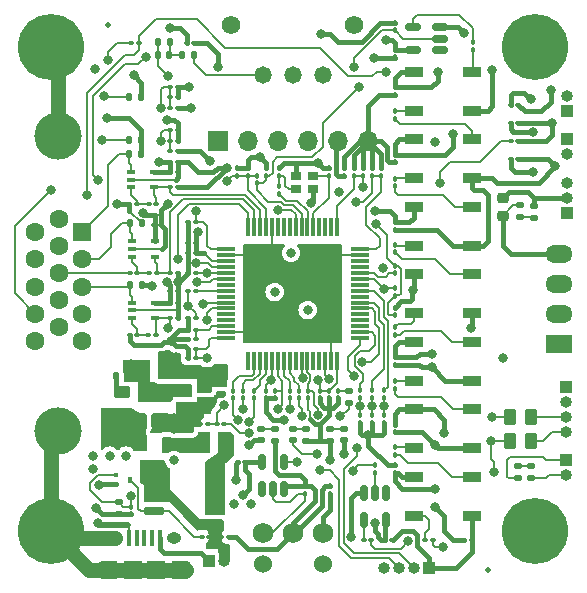
<source format=gtl>
%TF.GenerationSoftware,KiCad,Pcbnew,(7.0.0)*%
%TF.CreationDate,2023-09-29T14:09:18-04:00*%
%TF.ProjectId,_HW_ToslinkToDMX,5f48575f-546f-4736-9c69-6e6b546f444d,rev?*%
%TF.SameCoordinates,Original*%
%TF.FileFunction,Copper,L1,Top*%
%TF.FilePolarity,Positive*%
%FSLAX46Y46*%
G04 Gerber Fmt 4.6, Leading zero omitted, Abs format (unit mm)*
G04 Created by KiCad (PCBNEW (7.0.0)) date 2023-09-29 14:09:18*
%MOMM*%
%LPD*%
G01*
G04 APERTURE LIST*
G04 Aperture macros list*
%AMRoundRect*
0 Rectangle with rounded corners*
0 $1 Rounding radius*
0 $2 $3 $4 $5 $6 $7 $8 $9 X,Y pos of 4 corners*
0 Add a 4 corners polygon primitive as box body*
4,1,4,$2,$3,$4,$5,$6,$7,$8,$9,$2,$3,0*
0 Add four circle primitives for the rounded corners*
1,1,$1+$1,$2,$3*
1,1,$1+$1,$4,$5*
1,1,$1+$1,$6,$7*
1,1,$1+$1,$8,$9*
0 Add four rect primitives between the rounded corners*
20,1,$1+$1,$2,$3,$4,$5,0*
20,1,$1+$1,$4,$5,$6,$7,0*
20,1,$1+$1,$6,$7,$8,$9,0*
20,1,$1+$1,$8,$9,$2,$3,0*%
G04 Aperture macros list end*
%TA.AperFunction,SMDPad,CuDef*%
%ADD10RoundRect,0.135000X-0.185000X0.135000X-0.185000X-0.135000X0.185000X-0.135000X0.185000X0.135000X0*%
%TD*%
%TA.AperFunction,SMDPad,CuDef*%
%ADD11R,0.900000X0.800000*%
%TD*%
%TA.AperFunction,SMDPad,CuDef*%
%ADD12RoundRect,0.100000X0.130000X0.100000X-0.130000X0.100000X-0.130000X-0.100000X0.130000X-0.100000X0*%
%TD*%
%TA.AperFunction,SMDPad,CuDef*%
%ADD13RoundRect,0.250000X-0.262500X-0.450000X0.262500X-0.450000X0.262500X0.450000X-0.262500X0.450000X0*%
%TD*%
%TA.AperFunction,SMDPad,CuDef*%
%ADD14RoundRect,0.100000X-0.130000X-0.100000X0.130000X-0.100000X0.130000X0.100000X-0.130000X0.100000X0*%
%TD*%
%TA.AperFunction,ComponentPad*%
%ADD15C,4.000000*%
%TD*%
%TA.AperFunction,ComponentPad*%
%ADD16R,1.600000X1.600000*%
%TD*%
%TA.AperFunction,ComponentPad*%
%ADD17C,1.600000*%
%TD*%
%TA.AperFunction,SMDPad,CuDef*%
%ADD18RoundRect,0.147500X-0.172500X0.147500X-0.172500X-0.147500X0.172500X-0.147500X0.172500X0.147500X0*%
%TD*%
%TA.AperFunction,SMDPad,CuDef*%
%ADD19R,0.400000X1.350000*%
%TD*%
%TA.AperFunction,ComponentPad*%
%ADD20O,0.890000X1.550000*%
%TD*%
%TA.AperFunction,SMDPad,CuDef*%
%ADD21R,1.200000X1.550000*%
%TD*%
%TA.AperFunction,ComponentPad*%
%ADD22O,1.250000X0.950000*%
%TD*%
%TA.AperFunction,SMDPad,CuDef*%
%ADD23R,1.500000X1.550000*%
%TD*%
%TA.AperFunction,ComponentPad*%
%ADD24C,3.600000*%
%TD*%
%TA.AperFunction,ConnectorPad*%
%ADD25C,5.600000*%
%TD*%
%TA.AperFunction,SMDPad,CuDef*%
%ADD26R,1.500000X0.900000*%
%TD*%
%TA.AperFunction,ComponentPad*%
%ADD27R,1.700000X1.700000*%
%TD*%
%TA.AperFunction,ComponentPad*%
%ADD28O,1.700000X1.700000*%
%TD*%
%TA.AperFunction,SMDPad,CuDef*%
%ADD29RoundRect,0.100000X0.100000X-0.130000X0.100000X0.130000X-0.100000X0.130000X-0.100000X-0.130000X0*%
%TD*%
%TA.AperFunction,SMDPad,CuDef*%
%ADD30RoundRect,0.100000X-0.100000X0.130000X-0.100000X-0.130000X0.100000X-0.130000X0.100000X0.130000X0*%
%TD*%
%TA.AperFunction,ComponentPad*%
%ADD31R,1.000000X1.000000*%
%TD*%
%TA.AperFunction,ComponentPad*%
%ADD32O,1.000000X1.000000*%
%TD*%
%TA.AperFunction,SMDPad,CuDef*%
%ADD33RoundRect,0.075000X-0.075000X0.700000X-0.075000X-0.700000X0.075000X-0.700000X0.075000X0.700000X0*%
%TD*%
%TA.AperFunction,SMDPad,CuDef*%
%ADD34RoundRect,0.075000X-0.700000X0.075000X-0.700000X-0.075000X0.700000X-0.075000X0.700000X0.075000X0*%
%TD*%
%TA.AperFunction,ComponentPad*%
%ADD35C,1.473200*%
%TD*%
%TA.AperFunction,ComponentPad*%
%ADD36C,1.574800*%
%TD*%
%TA.AperFunction,SMDPad,CuDef*%
%ADD37RoundRect,0.140000X-0.140000X-0.170000X0.140000X-0.170000X0.140000X0.170000X-0.140000X0.170000X0*%
%TD*%
%TA.AperFunction,SMDPad,CuDef*%
%ADD38RoundRect,0.225000X-0.250000X0.225000X-0.250000X-0.225000X0.250000X-0.225000X0.250000X0.225000X0*%
%TD*%
%TA.AperFunction,SMDPad,CuDef*%
%ADD39RoundRect,0.147500X-0.147500X-0.172500X0.147500X-0.172500X0.147500X0.172500X-0.147500X0.172500X0*%
%TD*%
%TA.AperFunction,ComponentPad*%
%ADD40R,2.300000X1.500000*%
%TD*%
%TA.AperFunction,ComponentPad*%
%ADD41O,2.300000X1.500000*%
%TD*%
%TA.AperFunction,SMDPad,CuDef*%
%ADD42R,0.450000X0.400000*%
%TD*%
%TA.AperFunction,SMDPad,CuDef*%
%ADD43R,0.450000X0.500000*%
%TD*%
%TA.AperFunction,SMDPad,CuDef*%
%ADD44RoundRect,0.135000X-0.135000X-0.185000X0.135000X-0.185000X0.135000X0.185000X-0.135000X0.185000X0*%
%TD*%
%TA.AperFunction,SMDPad,CuDef*%
%ADD45RoundRect,0.225000X0.250000X-0.225000X0.250000X0.225000X-0.250000X0.225000X-0.250000X-0.225000X0*%
%TD*%
%TA.AperFunction,SMDPad,CuDef*%
%ADD46R,0.650000X0.400000*%
%TD*%
%TA.AperFunction,SMDPad,CuDef*%
%ADD47RoundRect,0.250000X-0.450000X0.262500X-0.450000X-0.262500X0.450000X-0.262500X0.450000X0.262500X0*%
%TD*%
%TA.AperFunction,SMDPad,CuDef*%
%ADD48RoundRect,0.150000X-0.150000X0.512500X-0.150000X-0.512500X0.150000X-0.512500X0.150000X0.512500X0*%
%TD*%
%TA.AperFunction,SMDPad,CuDef*%
%ADD49RoundRect,0.243750X-0.243750X-0.456250X0.243750X-0.456250X0.243750X0.456250X-0.243750X0.456250X0*%
%TD*%
%TA.AperFunction,SMDPad,CuDef*%
%ADD50RoundRect,0.150000X0.150000X-0.512500X0.150000X0.512500X-0.150000X0.512500X-0.150000X-0.512500X0*%
%TD*%
%TA.AperFunction,ComponentPad*%
%ADD51C,1.750000*%
%TD*%
%TA.AperFunction,ComponentPad*%
%ADD52C,1.524000*%
%TD*%
%TA.AperFunction,SMDPad,CuDef*%
%ADD53RoundRect,0.243750X0.243750X0.456250X-0.243750X0.456250X-0.243750X-0.456250X0.243750X-0.456250X0*%
%TD*%
%TA.AperFunction,SMDPad,CuDef*%
%ADD54RoundRect,0.218750X0.218750X0.381250X-0.218750X0.381250X-0.218750X-0.381250X0.218750X-0.381250X0*%
%TD*%
%TA.AperFunction,SMDPad,CuDef*%
%ADD55C,0.500000*%
%TD*%
%TA.AperFunction,SMDPad,CuDef*%
%ADD56RoundRect,0.150000X-0.725000X-0.150000X0.725000X-0.150000X0.725000X0.150000X-0.725000X0.150000X0*%
%TD*%
%TA.AperFunction,SMDPad,CuDef*%
%ADD57RoundRect,0.140000X0.140000X0.170000X-0.140000X0.170000X-0.140000X-0.170000X0.140000X-0.170000X0*%
%TD*%
%TA.AperFunction,SMDPad,CuDef*%
%ADD58RoundRect,0.150000X0.512500X0.150000X-0.512500X0.150000X-0.512500X-0.150000X0.512500X-0.150000X0*%
%TD*%
%TA.AperFunction,ViaPad*%
%ADD59C,0.800000*%
%TD*%
%TA.AperFunction,Conductor*%
%ADD60C,0.381000*%
%TD*%
%TA.AperFunction,Conductor*%
%ADD61C,0.203200*%
%TD*%
%TA.AperFunction,Conductor*%
%ADD62C,1.270000*%
%TD*%
%TA.AperFunction,Conductor*%
%ADD63C,0.508000*%
%TD*%
G04 APERTURE END LIST*
D10*
X144526000Y-150493000D03*
X144526000Y-151513000D03*
D11*
X127191999Y-125941999D03*
X125791999Y-125941999D03*
X125791999Y-127041999D03*
X127191999Y-127041999D03*
D12*
X117287000Y-137922000D03*
X116647000Y-137922000D03*
X115763000Y-120142000D03*
X115123000Y-120142000D03*
D13*
X143867500Y-146304000D03*
X145692500Y-146304000D03*
D14*
X111689000Y-134142000D03*
X112329000Y-134142000D03*
D15*
X105600331Y-122515000D03*
X105600331Y-147515000D03*
D16*
X107650330Y-130699999D03*
D17*
X107650331Y-132990000D03*
X107650331Y-135280000D03*
X107650331Y-137570000D03*
X107650331Y-139860000D03*
X105670331Y-129555000D03*
X105670331Y-131845000D03*
X105670331Y-134135000D03*
X105670331Y-136425000D03*
X105670331Y-138715000D03*
X103690331Y-130700000D03*
X103690331Y-132990000D03*
X103690331Y-135280000D03*
X103690331Y-137570000D03*
X103690331Y-139860000D03*
D14*
X115123000Y-135636000D03*
X115763000Y-135636000D03*
D18*
X119380000Y-143487272D03*
X119380000Y-144457272D03*
D19*
X111618999Y-156557999D03*
X112268999Y-156557999D03*
X112918999Y-156557999D03*
X113568999Y-156557999D03*
X114218999Y-156557999D03*
D20*
X109418999Y-159257999D03*
D21*
X110018999Y-159257999D03*
D22*
X110418999Y-156557999D03*
D23*
X111918999Y-159257999D03*
X113918999Y-159257999D03*
D22*
X115418999Y-156557999D03*
D21*
X115818999Y-159257999D03*
D20*
X116418999Y-159257999D03*
D24*
X146000000Y-156000000D03*
D25*
X146000000Y-156000000D03*
D14*
X115123000Y-136652000D03*
X115763000Y-136652000D03*
D26*
X135725999Y-134239999D03*
X135725999Y-137539999D03*
X140625999Y-137539999D03*
X140625999Y-134239999D03*
D27*
X119150999Y-122935999D03*
D28*
X121690999Y-122935999D03*
X124230999Y-122935999D03*
X126770999Y-122935999D03*
X129310999Y-122935999D03*
X131850999Y-122935999D03*
D29*
X124333000Y-125923000D03*
X124333000Y-125283000D03*
D30*
X133219593Y-146172318D03*
X133219593Y-146812318D03*
D29*
X123190000Y-144755000D03*
X123190000Y-144115000D03*
D30*
X131194296Y-146179445D03*
X131194296Y-146819445D03*
X134112000Y-143317000D03*
X134112000Y-143957000D03*
D14*
X143952000Y-124460000D03*
X144592000Y-124460000D03*
D26*
X135725999Y-128524999D03*
X135725999Y-131824999D03*
X140625999Y-131824999D03*
X140625999Y-128524999D03*
D14*
X115123000Y-124729000D03*
X115763000Y-124729000D03*
D31*
X137027999Y-159130999D03*
D32*
X135757999Y-159130999D03*
X134487999Y-159130999D03*
X133217999Y-159130999D03*
D33*
X129226000Y-130215000D03*
X128726000Y-130215000D03*
X128226000Y-130215000D03*
X127726000Y-130215000D03*
X127226000Y-130215000D03*
X126726000Y-130215000D03*
X126226000Y-130215000D03*
X125726000Y-130215000D03*
X125226000Y-130215000D03*
X124726000Y-130215000D03*
X124226000Y-130215000D03*
X123726000Y-130215000D03*
X123226000Y-130215000D03*
X122726000Y-130215000D03*
X122226000Y-130215000D03*
X121726000Y-130215000D03*
D34*
X119801000Y-132140000D03*
X119801000Y-132640000D03*
X119801000Y-133140000D03*
X119801000Y-133640000D03*
X119801000Y-134140000D03*
X119801000Y-134640000D03*
X119801000Y-135140000D03*
X119801000Y-135640000D03*
X119801000Y-136140000D03*
X119801000Y-136640000D03*
X119801000Y-137140000D03*
X119801000Y-137640000D03*
X119801000Y-138140000D03*
X119801000Y-138640000D03*
X119801000Y-139140000D03*
X119801000Y-139640000D03*
D33*
X121726000Y-141565000D03*
X122226000Y-141565000D03*
X122726000Y-141565000D03*
X123226000Y-141565000D03*
X123726000Y-141565000D03*
X124226000Y-141565000D03*
X124726000Y-141565000D03*
X125226000Y-141565000D03*
X125726000Y-141565000D03*
X126226000Y-141565000D03*
X126726000Y-141565000D03*
X127226000Y-141565000D03*
X127726000Y-141565000D03*
X128226000Y-141565000D03*
X128726000Y-141565000D03*
X129226000Y-141565000D03*
D34*
X131151000Y-139640000D03*
X131151000Y-139140000D03*
X131151000Y-138640000D03*
X131151000Y-138140000D03*
X131151000Y-137640000D03*
X131151000Y-137140000D03*
X131151000Y-136640000D03*
X131151000Y-136140000D03*
X131151000Y-135640000D03*
X131151000Y-135140000D03*
X131151000Y-134640000D03*
X131151000Y-134140000D03*
X131151000Y-133640000D03*
X131151000Y-133140000D03*
X131151000Y-132640000D03*
X131151000Y-132140000D03*
D35*
X128016000Y-117348000D03*
X125476000Y-117348000D03*
X122936000Y-117348000D03*
D36*
X120276000Y-113148001D03*
X130676000Y-113148001D03*
D29*
X134112000Y-113604000D03*
X134112000Y-112964000D03*
D30*
X132207000Y-144079000D03*
X132207000Y-144719000D03*
D14*
X140015000Y-156718000D03*
X140655000Y-156718000D03*
D30*
X134112000Y-118425000D03*
X134112000Y-119065000D03*
D29*
X120777000Y-125923000D03*
X120777000Y-125283000D03*
D18*
X125476000Y-147343000D03*
X125476000Y-148313000D03*
D30*
X134112000Y-115250000D03*
X134112000Y-115890000D03*
D10*
X128651000Y-147318000D03*
X128651000Y-148338000D03*
D30*
X122174000Y-144115000D03*
X122174000Y-144755000D03*
X132207000Y-146172000D03*
X132207000Y-146812000D03*
D31*
X148716999Y-129031999D03*
D32*
X148716999Y-127761999D03*
X148716999Y-126491999D03*
D37*
X114076000Y-115655000D03*
X115036000Y-115655000D03*
D29*
X130683000Y-125923000D03*
X130683000Y-125283000D03*
D14*
X113284000Y-128285000D03*
X113924000Y-128285000D03*
D38*
X116332000Y-144132000D03*
X116332000Y-145682000D03*
D39*
X111717000Y-135143000D03*
X112687000Y-135143000D03*
D30*
X121285000Y-144115000D03*
X121285000Y-144755000D03*
X125222000Y-144115000D03*
X125222000Y-144755000D03*
X134112000Y-135443000D03*
X134112000Y-136083000D03*
X134112000Y-138745000D03*
X134112000Y-139385000D03*
D18*
X145669000Y-150518000D03*
X145669000Y-151488000D03*
D40*
X148003499Y-140155499D03*
D41*
X148003499Y-137615499D03*
X148003499Y-135075499D03*
X148003499Y-132535499D03*
D14*
X111821000Y-114681000D03*
X112461000Y-114681000D03*
X113721000Y-129189000D03*
X114361000Y-129189000D03*
D30*
X134112000Y-147000000D03*
X134112000Y-147640000D03*
D31*
X118348999Y-158495999D03*
D32*
X119618999Y-158495999D03*
D31*
X148716999Y-122808999D03*
D32*
X148716999Y-124078999D03*
D12*
X117287000Y-131572000D03*
X116647000Y-131572000D03*
X115763000Y-123825000D03*
X115123000Y-123825000D03*
X117287000Y-132461000D03*
X116647000Y-132461000D03*
D14*
X115123000Y-118364000D03*
X115763000Y-118364000D03*
X115123000Y-119253000D03*
X115763000Y-119253000D03*
D31*
X148589999Y-143763999D03*
D32*
X148589999Y-145033999D03*
X148589999Y-146303999D03*
X148589999Y-147573999D03*
D42*
X110549999Y-151237999D03*
X110549999Y-152037999D03*
D43*
X111699999Y-151637999D03*
D12*
X121478000Y-150114000D03*
X120838000Y-150114000D03*
D29*
X123952000Y-144755000D03*
X123952000Y-144115000D03*
D14*
X111633000Y-128285000D03*
X112273000Y-128285000D03*
D12*
X117251000Y-141351000D03*
X116611000Y-141351000D03*
X118303000Y-146939000D03*
X117663000Y-146939000D03*
D14*
X113340000Y-134142000D03*
X113980000Y-134142000D03*
X111664000Y-139369509D03*
X112304000Y-139369509D03*
D12*
X117287000Y-134112000D03*
X116647000Y-134112000D03*
D14*
X115123000Y-125618000D03*
X115763000Y-125618000D03*
D39*
X111633022Y-122862923D03*
X112603022Y-122862923D03*
D14*
X143952000Y-119888000D03*
X144592000Y-119888000D03*
D30*
X131191000Y-144079000D03*
X131191000Y-144719000D03*
D44*
X114044000Y-114554000D03*
X115064000Y-114554000D03*
D39*
X111717000Y-129936000D03*
X112687000Y-129936000D03*
D12*
X119700000Y-146939000D03*
X119060000Y-146939000D03*
D18*
X130212000Y-144168000D03*
X130212000Y-145138000D03*
D12*
X117253481Y-138938000D03*
X116613481Y-138938000D03*
D45*
X116332000Y-148730000D03*
X116332000Y-147180000D03*
D29*
X128524000Y-125923000D03*
X128524000Y-125283000D03*
D18*
X110744000Y-153566000D03*
X110744000Y-154536000D03*
D26*
X135725999Y-139954999D03*
X135725999Y-143254999D03*
X140625999Y-143254999D03*
X140625999Y-139954999D03*
D30*
X120396000Y-144115000D03*
X120396000Y-144755000D03*
D46*
X111886999Y-131444999D03*
X111886999Y-132094999D03*
X111886999Y-132744999D03*
X113786999Y-132744999D03*
X113786999Y-131444999D03*
D14*
X131506000Y-156723500D03*
X132146000Y-156723500D03*
D10*
X144702000Y-128395000D03*
X144702000Y-129415000D03*
D45*
X143256000Y-129299000D03*
X143256000Y-127749000D03*
D47*
X110998000Y-144248500D03*
X110998000Y-146073500D03*
D14*
X119441000Y-156464000D03*
X120081000Y-156464000D03*
D46*
X111825999Y-125587999D03*
X111825999Y-126237999D03*
X111825999Y-126887999D03*
X113725999Y-126887999D03*
X113725999Y-125587999D03*
D29*
X128651000Y-152847000D03*
X128651000Y-152207000D03*
D14*
X143952000Y-121412000D03*
X144592000Y-121412000D03*
X113721000Y-130078000D03*
X114361000Y-130078000D03*
D10*
X123952000Y-147318000D03*
X123952000Y-148338000D03*
D30*
X134112000Y-148905000D03*
X134112000Y-149545000D03*
D10*
X126619000Y-147318000D03*
X126619000Y-148338000D03*
D39*
X111627000Y-124040000D03*
X112597000Y-124040000D03*
D48*
X133411000Y-152792000D03*
X132461000Y-152792000D03*
X131511000Y-152792000D03*
X131511000Y-155067000D03*
X133411000Y-155067000D03*
D49*
X112854500Y-142367000D03*
X114729500Y-142367000D03*
D24*
X105000000Y-115000000D03*
D25*
X105000000Y-115000000D03*
D14*
X143952000Y-122936000D03*
X144592000Y-122936000D03*
D30*
X134112000Y-126172000D03*
X134112000Y-126812000D03*
D50*
X112842000Y-146679500D03*
X113792000Y-146679500D03*
X114742000Y-146679500D03*
X114742000Y-144404500D03*
X112842000Y-144404500D03*
D29*
X126492000Y-152847000D03*
X126492000Y-152207000D03*
D13*
X143867500Y-148336000D03*
X145692500Y-148336000D03*
D29*
X121666000Y-125923000D03*
X121666000Y-125283000D03*
D14*
X136713000Y-156718000D03*
X137353000Y-156718000D03*
D29*
X124333000Y-127447000D03*
X124333000Y-126807000D03*
D18*
X122816678Y-147339089D03*
X122816678Y-148309089D03*
D51*
X128032235Y-156155000D03*
X125476000Y-156155000D03*
X122932235Y-156155000D03*
D52*
X128032235Y-158805000D03*
X122932235Y-158805000D03*
D30*
X134112000Y-137094000D03*
X134112000Y-137734000D03*
D53*
X119809500Y-148463000D03*
X117934500Y-148463000D03*
D44*
X116076000Y-115697000D03*
X117096000Y-115697000D03*
D18*
X145923000Y-128471000D03*
X145923000Y-129441000D03*
D30*
X111760000Y-153924000D03*
X111760000Y-154564000D03*
D24*
X146000000Y-115000000D03*
D25*
X146000000Y-115000000D03*
D29*
X132969000Y-125923000D03*
X132969000Y-125283000D03*
D54*
X114854500Y-148590000D03*
X112729500Y-148590000D03*
D46*
X111886999Y-136651999D03*
X111886999Y-137301999D03*
X111886999Y-137951999D03*
X113786999Y-137951999D03*
X113786999Y-136651999D03*
D30*
X128524000Y-144115000D03*
X128524000Y-144755000D03*
D26*
X135725999Y-117094999D03*
X135725999Y-120394999D03*
X140625999Y-120394999D03*
X140625999Y-117094999D03*
D55*
X141986000Y-159258000D03*
D30*
X127762000Y-144115000D03*
X127762000Y-144755000D03*
D29*
X134112000Y-151069000D03*
X134112000Y-150429000D03*
D30*
X134112000Y-131760000D03*
X134112000Y-132400000D03*
D14*
X115123000Y-126873000D03*
X115763000Y-126873000D03*
D30*
X134112000Y-129855000D03*
X134112000Y-130495000D03*
X134112000Y-120457000D03*
X134112000Y-121097000D03*
D14*
X133284000Y-156718000D03*
X133924000Y-156718000D03*
D26*
X135725999Y-151384999D03*
X135725999Y-154684999D03*
X140625999Y-154684999D03*
X140625999Y-151384999D03*
D30*
X140716000Y-114615000D03*
X140716000Y-115255000D03*
D29*
X131445000Y-125923000D03*
X131445000Y-125283000D03*
D12*
X118430000Y-156464000D03*
X117790000Y-156464000D03*
D39*
X111656000Y-119253000D03*
X112626000Y-119253000D03*
D14*
X113228697Y-139368025D03*
X113868697Y-139368025D03*
D29*
X132207000Y-125923000D03*
X132207000Y-125283000D03*
D26*
X135725999Y-145669999D03*
X135725999Y-148969999D03*
X140625999Y-148969999D03*
X140625999Y-145669999D03*
D24*
X105000000Y-156000000D03*
D25*
X105000000Y-156000000D03*
D30*
X129323000Y-144115000D03*
X129323000Y-144755000D03*
D18*
X129794000Y-147343000D03*
X129794000Y-148313000D03*
D14*
X115123000Y-137922000D03*
X115763000Y-137922000D03*
D12*
X117251000Y-139744527D03*
X116611000Y-139744527D03*
D14*
X116520000Y-114681000D03*
X117160000Y-114681000D03*
X115123000Y-122936000D03*
X115763000Y-122936000D03*
D30*
X132461000Y-150429000D03*
X132461000Y-151069000D03*
D50*
X122875000Y-152394500D03*
X123825000Y-152394500D03*
X124775000Y-152394500D03*
X124775000Y-150119500D03*
X122875000Y-150119500D03*
D30*
X126746000Y-144115000D03*
X126746000Y-144755000D03*
D56*
X113757000Y-150495000D03*
X113757000Y-151765000D03*
X113757000Y-153035000D03*
X113757000Y-154305000D03*
X118907000Y-154305000D03*
X118907000Y-153035000D03*
X118907000Y-151765000D03*
X118907000Y-150495000D03*
D57*
X111478000Y-142875000D03*
X110518000Y-142875000D03*
D30*
X134112000Y-133538000D03*
X134112000Y-134178000D03*
X134112000Y-141285000D03*
X134112000Y-141925000D03*
X125984000Y-144115000D03*
X125984000Y-144755000D03*
X133223000Y-144079000D03*
X133223000Y-144719000D03*
D29*
X123190000Y-125923000D03*
X123190000Y-125283000D03*
D31*
X148589999Y-149971999D03*
D32*
X148589999Y-151241999D03*
D12*
X117287000Y-129794000D03*
X116647000Y-129794000D03*
D14*
X115123000Y-122047000D03*
X115763000Y-122047000D03*
D29*
X129794000Y-125923000D03*
X129794000Y-125283000D03*
D38*
X117898403Y-143744860D03*
X117898403Y-145294860D03*
D31*
X148716999Y-120410999D03*
D32*
X148716999Y-119140999D03*
D26*
X135725999Y-122809999D03*
X135725999Y-126109999D03*
X140625999Y-126109999D03*
X140625999Y-122809999D03*
D55*
X109855000Y-113157000D03*
D30*
X134112000Y-124140000D03*
X134112000Y-124780000D03*
D14*
X115123000Y-134112000D03*
X115763000Y-134112000D03*
D12*
X117251000Y-140589000D03*
X116611000Y-140589000D03*
D58*
X137916500Y-115250000D03*
X137916500Y-114300000D03*
X137916500Y-113350000D03*
X135641500Y-113350000D03*
X135641500Y-115250000D03*
D12*
X117287000Y-135636000D03*
X116647000Y-135636000D03*
D30*
X122428000Y-125918000D03*
X122428000Y-126558000D03*
D59*
X137287000Y-140970000D03*
X132461000Y-155321000D03*
X125331405Y-132443405D03*
X135620595Y-135585405D03*
X137541000Y-153924000D03*
X123952000Y-135763000D03*
X117094000Y-142494000D03*
X116078000Y-142494000D03*
X138303000Y-147701000D03*
X143256000Y-141351000D03*
X145796000Y-122174000D03*
X133114500Y-133731000D03*
X114681000Y-141224000D03*
X133350000Y-114444595D03*
X115570000Y-141224000D03*
X139065000Y-122409000D03*
X145796000Y-125603000D03*
X118110000Y-142494000D03*
X137795000Y-117094000D03*
X132461000Y-128905000D03*
X115062000Y-113429500D03*
X121793000Y-148717000D03*
X137541000Y-152400000D03*
X145614167Y-119398500D03*
X109728000Y-121031000D03*
X113603500Y-135255000D03*
X119192000Y-116694500D03*
X127635000Y-124841000D03*
X127889000Y-113919000D03*
X115466900Y-146431000D03*
X137541000Y-148717000D03*
X139954000Y-113792000D03*
X129413000Y-127254000D03*
X131889500Y-147891500D03*
X115763000Y-134874000D03*
X110617000Y-128270000D03*
X132569500Y-129994311D03*
X119888000Y-125222000D03*
X108712000Y-116840000D03*
X122546115Y-135001000D03*
X128143000Y-135890000D03*
X137541000Y-123063000D03*
X115443000Y-149987000D03*
X122936000Y-133731000D03*
X116713000Y-118364000D03*
X115443000Y-147320000D03*
X140589000Y-138811000D03*
X127000000Y-128234810D03*
X108839000Y-154051000D03*
X122682000Y-124333000D03*
X147447000Y-121412000D03*
X128922595Y-134729405D03*
X123698000Y-132588000D03*
X118618000Y-145034000D03*
X128651000Y-149987000D03*
X147320000Y-118618000D03*
X147701000Y-125095000D03*
X112006381Y-117401336D03*
X109056345Y-152090845D03*
X137287000Y-142132000D03*
X130447500Y-156464000D03*
X114808000Y-121158000D03*
X115140227Y-139905227D03*
X142367000Y-116967000D03*
X120650000Y-151638000D03*
X126492000Y-133604000D03*
X114899258Y-128270552D03*
X132349974Y-115893591D03*
X112776000Y-129064100D03*
X118491000Y-124695500D03*
X121920000Y-153670000D03*
X126746000Y-137287000D03*
X129794000Y-149479000D03*
X114173000Y-124729000D03*
X120523000Y-153670000D03*
X121285000Y-152908000D03*
X114808000Y-134874000D03*
X116858500Y-120142000D03*
X124714000Y-146558000D03*
X114341100Y-120142000D03*
X114341100Y-122936000D03*
X111765986Y-152988377D03*
X109982000Y-149606000D03*
X109855000Y-116078000D03*
X130810000Y-128143000D03*
X131445000Y-126873000D03*
X119888000Y-126365000D03*
X127618222Y-143163418D03*
X111379000Y-149606000D03*
X118237000Y-141351000D03*
X117475000Y-130683000D03*
X127508000Y-149479000D03*
X108591517Y-150716239D03*
X108585000Y-149606000D03*
X131064000Y-118364000D03*
X137922000Y-126492000D03*
X109474000Y-119192000D03*
X109304500Y-122875000D03*
X105029000Y-127127000D03*
X125222000Y-145669000D03*
X126248729Y-146276067D03*
X124206000Y-145669000D03*
X123636681Y-143177430D03*
X108966000Y-155321000D03*
X130701500Y-142875000D03*
X130937000Y-148971000D03*
X128572500Y-143129000D03*
X127762000Y-150857500D03*
X129517112Y-146281112D03*
X131380840Y-141705255D03*
X133223000Y-135509000D03*
X125857000Y-150114000D03*
X117856000Y-136760500D03*
X130700595Y-116713000D03*
X118220602Y-138158097D03*
X130573595Y-150893595D03*
X138176000Y-157353000D03*
X114935000Y-117475000D03*
X142367000Y-146304000D03*
X127616500Y-146177000D03*
X142494000Y-151003000D03*
X142240000Y-148336000D03*
X135255000Y-156845000D03*
X121793000Y-147701000D03*
X124225059Y-128777500D03*
X119670655Y-145343155D03*
X118222385Y-134130684D03*
X117251000Y-128923500D03*
X115776500Y-132969000D03*
X114935000Y-138811000D03*
X117348000Y-134874000D03*
X133368500Y-117094000D03*
X108077000Y-127508000D03*
X108966000Y-126238000D03*
X113030000Y-115824000D03*
X117297200Y-133299200D03*
X120836576Y-146582387D03*
X121285000Y-145669000D03*
X121773730Y-146749293D03*
X131191000Y-145415000D03*
X133223000Y-145415000D03*
X132207000Y-145415000D03*
X116647000Y-136906000D03*
X126310722Y-143039533D03*
X111760000Y-141859000D03*
X110109000Y-147034000D03*
D60*
X135382000Y-136525000D02*
X135603000Y-136304000D01*
X145614167Y-119398500D02*
X145087667Y-118872000D01*
X135726000Y-129450000D02*
X135321000Y-129855000D01*
X144272000Y-125603000D02*
X145796000Y-125603000D01*
X134619000Y-117095000D02*
X134112000Y-117602000D01*
X134112000Y-147000000D02*
X134112000Y-146050000D01*
X143952000Y-121981000D02*
X143952000Y-121412000D01*
X143952000Y-124460000D02*
X143952000Y-125283000D01*
X137795000Y-117856000D02*
X137795000Y-117094000D01*
X134492000Y-139955000D02*
X135726000Y-139955000D01*
X144145000Y-118872000D02*
X143952000Y-119065000D01*
X134112000Y-129286000D02*
X134112000Y-129855000D01*
X133731000Y-128905000D02*
X134112000Y-129286000D01*
X134112000Y-137094000D02*
X134681000Y-136525000D01*
X128651000Y-152847000D02*
X128651000Y-154178000D01*
X116520000Y-113980000D02*
X116520000Y-114681000D01*
X128651000Y-154178000D02*
X128032235Y-154796765D01*
X134112000Y-118425000D02*
X137226000Y-118425000D01*
X135726000Y-122810000D02*
X134492000Y-122810000D01*
X134112000Y-151765000D02*
X134747000Y-152400000D01*
X134432000Y-151069000D02*
X134747000Y-151384000D01*
X135956000Y-141285000D02*
X136271000Y-140970000D01*
X144145000Y-122174000D02*
X143952000Y-121981000D01*
X134112000Y-117602000D02*
X134112000Y-118425000D01*
X145796000Y-122174000D02*
X144145000Y-122174000D01*
X115969500Y-113429500D02*
X116520000Y-113980000D01*
X134112000Y-124140000D02*
X138369000Y-124140000D01*
X136271000Y-140970000D02*
X137287000Y-140970000D01*
X138369000Y-124140000D02*
X139065000Y-123444000D01*
X132461000Y-155321000D02*
X132461000Y-155956000D01*
X138303000Y-146558000D02*
X137415000Y-145670000D01*
X133875595Y-114444595D02*
X134112000Y-114681000D01*
X115062000Y-113429500D02*
X115969500Y-113429500D01*
X134112000Y-140335000D02*
X134492000Y-139955000D01*
X135603000Y-136304000D02*
X135603000Y-135603000D01*
X139065000Y-156718000D02*
X140015000Y-156718000D01*
X133411000Y-155067000D02*
X133284000Y-155194000D01*
X143952000Y-125283000D02*
X144272000Y-125603000D01*
X139065000Y-123444000D02*
X139065000Y-122409000D01*
X135726000Y-117095000D02*
X134619000Y-117095000D01*
X134747000Y-152400000D02*
X137541000Y-152400000D01*
X132461000Y-155956000D02*
X132715000Y-156210000D01*
X132715000Y-156464000D02*
X132969000Y-156718000D01*
X134112000Y-146050000D02*
X134492000Y-145670000D01*
X134492000Y-145670000D02*
X135726000Y-145670000D01*
X132969000Y-156718000D02*
X133284000Y-156718000D01*
X134112000Y-141285000D02*
X134112000Y-140335000D01*
X122816678Y-148309089D02*
X122200911Y-148309089D01*
X137226000Y-118425000D02*
X137795000Y-117856000D01*
X135321000Y-129855000D02*
X134112000Y-129855000D01*
X135726000Y-135480000D02*
X135726000Y-134240000D01*
X133350000Y-114444595D02*
X133875595Y-114444595D01*
X135726000Y-128525000D02*
X135726000Y-129450000D01*
X145087667Y-118872000D02*
X144145000Y-118872000D01*
X133284000Y-155194000D02*
X133284000Y-156718000D01*
X132715000Y-156210000D02*
X132715000Y-156464000D01*
X134112000Y-151069000D02*
X134112000Y-151765000D01*
X134112000Y-151069000D02*
X134432000Y-151069000D01*
X134112000Y-114681000D02*
X134112000Y-115250000D01*
X135725000Y-151384000D02*
X135726000Y-151385000D01*
X134492000Y-122810000D02*
X134112000Y-123190000D01*
X128032235Y-154796765D02*
X128032235Y-156155000D01*
X122200911Y-148309089D02*
X121793000Y-148717000D01*
X134747000Y-151384000D02*
X135725000Y-151384000D01*
X138303000Y-155956000D02*
X139065000Y-156718000D01*
X138303000Y-154686000D02*
X138303000Y-155956000D01*
X132461000Y-128905000D02*
X133731000Y-128905000D01*
X137415000Y-145670000D02*
X135726000Y-145670000D01*
X137541000Y-153924000D02*
X138303000Y-154686000D01*
X134112000Y-141285000D02*
X135956000Y-141285000D01*
X138303000Y-147701000D02*
X138303000Y-146558000D01*
D61*
X135603000Y-135603000D02*
X135620595Y-135585405D01*
D60*
X134112000Y-123190000D02*
X134112000Y-124140000D01*
X143952000Y-119065000D02*
X143952000Y-119888000D01*
X134681000Y-136525000D02*
X135382000Y-136525000D01*
X135641500Y-115250000D02*
X134112000Y-115250000D01*
X132969000Y-124054000D02*
X131851000Y-122936000D01*
X114681000Y-131826000D02*
X114412000Y-132095000D01*
D61*
X126902229Y-145855313D02*
X126902229Y-146496832D01*
D60*
X116611000Y-141351000D02*
X116611000Y-140589000D01*
X115570000Y-140335000D02*
X116357000Y-140335000D01*
X129323000Y-145124000D02*
X129323000Y-144755000D01*
X131889500Y-147891500D02*
X132207000Y-147574000D01*
X132969000Y-122936000D02*
X131851000Y-122936000D01*
X115140227Y-139656393D02*
X115858620Y-138938000D01*
X140843000Y-127127000D02*
X141605000Y-127127000D01*
X132776000Y-119065000D02*
X131851000Y-119990000D01*
X130799000Y-152792000D02*
X130429000Y-153162000D01*
X131381500Y-147891500D02*
X131194296Y-147704296D01*
X120650000Y-150302000D02*
X120838000Y-150114000D01*
X136017000Y-156337000D02*
X136017000Y-157226000D01*
D61*
X115763000Y-134874000D02*
X115885000Y-134874000D01*
X134112000Y-137734000D02*
X133670000Y-137734000D01*
D60*
X115763000Y-137922000D02*
X115763000Y-136652000D01*
X127762000Y-148338000D02*
X126619000Y-148338000D01*
D61*
X124775000Y-152394500D02*
X124962500Y-152207000D01*
D60*
X139512000Y-113350000D02*
X139954000Y-113792000D01*
X117714000Y-157861000D02*
X118349000Y-158496000D01*
D61*
X109056345Y-152090845D02*
X109109190Y-152038000D01*
D60*
X140626000Y-143255000D02*
X138410000Y-143255000D01*
D61*
X128726000Y-141565000D02*
X128726000Y-136473000D01*
D60*
X131318000Y-114554000D02*
X132908000Y-112964000D01*
X111760000Y-154564000D02*
X110772000Y-154564000D01*
X116601000Y-124729000D02*
X115763000Y-124729000D01*
X140626000Y-137540000D02*
X140626000Y-138774000D01*
X132969000Y-125283000D02*
X132969000Y-124054000D01*
X145119000Y-120415000D02*
X144592000Y-119888000D01*
X131445000Y-123342000D02*
X131851000Y-122936000D01*
X131511000Y-152792000D02*
X130799000Y-152792000D01*
X141606000Y-131825000D02*
X140626000Y-131825000D01*
X139064000Y-131825000D02*
X140626000Y-131825000D01*
D61*
X127000000Y-128234810D02*
X127192000Y-128042810D01*
X134114000Y-133536000D02*
X134395368Y-133536000D01*
D60*
X129794000Y-124333000D02*
X131191000Y-122936000D01*
D61*
X126746000Y-145699084D02*
X126902229Y-145855313D01*
D60*
X142367000Y-120015000D02*
X141987000Y-120395000D01*
X118730000Y-125618000D02*
X117490000Y-125618000D01*
D61*
X134178000Y-136017000D02*
X134112000Y-136083000D01*
X115140227Y-139905227D02*
X115424000Y-140189000D01*
D60*
X118237000Y-126873000D02*
X115763000Y-126873000D01*
X134112000Y-124780000D02*
X133670000Y-124780000D01*
X147701000Y-125095000D02*
X146304000Y-126492000D01*
X127762000Y-144755000D02*
X127762000Y-145161000D01*
X131851000Y-119990000D02*
X131851000Y-122936000D01*
X124333000Y-151257000D02*
X126111000Y-151257000D01*
D61*
X134112000Y-136083000D02*
X133527800Y-136667200D01*
D60*
X116647000Y-129794000D02*
X116647000Y-131572000D01*
X135636000Y-155956000D02*
X136017000Y-156337000D01*
X128905000Y-145542000D02*
X129323000Y-145124000D01*
X112006381Y-117401336D02*
X112626000Y-118020955D01*
X115140227Y-139905227D02*
X115300927Y-139744527D01*
D61*
X134493000Y-136017000D02*
X134178000Y-136017000D01*
D60*
X141605000Y-127127000D02*
X141986000Y-127508000D01*
X131889500Y-148780500D02*
X133538000Y-150429000D01*
X131889500Y-147891500D02*
X131889500Y-148780500D01*
X147701000Y-125095000D02*
X147066000Y-124460000D01*
X112626000Y-122024000D02*
X112626000Y-122809000D01*
X130683000Y-124104000D02*
X131851000Y-122936000D01*
X115763000Y-134874000D02*
X115763000Y-135763000D01*
X147320000Y-118618000D02*
X147320000Y-119634000D01*
X111633000Y-128882000D02*
X111633000Y-128285000D01*
X115763000Y-119253000D02*
X115763000Y-118364000D01*
D61*
X116647000Y-138904481D02*
X116613481Y-138938000D01*
D60*
X116647000Y-137922000D02*
X116647000Y-138904481D01*
X146939000Y-122936000D02*
X144592000Y-122936000D01*
X142366000Y-126110000D02*
X140626000Y-126110000D01*
X137028000Y-158237000D02*
X137028000Y-159131000D01*
X112597000Y-124040000D02*
X112597000Y-122868945D01*
X120650000Y-151638000D02*
X120650000Y-150302000D01*
X133985000Y-156718000D02*
X134747000Y-155956000D01*
X116647000Y-132461000D02*
X116647000Y-131572000D01*
D61*
X111689000Y-134142000D02*
X111682000Y-134135000D01*
D60*
X136210000Y-141925000D02*
X134112000Y-141925000D01*
X122682000Y-124333000D02*
X121920000Y-124333000D01*
X140655000Y-156718000D02*
X140655000Y-157795000D01*
X127345604Y-146940207D02*
X127762000Y-146940207D01*
X127192000Y-128042810D02*
X127192000Y-127042000D01*
X142367000Y-116967000D02*
X142367000Y-120015000D01*
X124775000Y-124841000D02*
X124333000Y-125283000D01*
X125730000Y-156083000D02*
X125476000Y-156083000D01*
D61*
X133477000Y-132903000D02*
X134112000Y-133538000D01*
D60*
X119192000Y-115636000D02*
X118237000Y-114681000D01*
X142748000Y-126492000D02*
X142366000Y-126110000D01*
X120081000Y-156464000D02*
X120713500Y-156464000D01*
X115570000Y-126238000D02*
X115763000Y-126045000D01*
D61*
X111826000Y-126238000D02*
X115570000Y-126238000D01*
D60*
X127635000Y-124841000D02*
X124775000Y-124841000D01*
X114219000Y-156558000D02*
X114219000Y-157526000D01*
D61*
X116647000Y-132461000D02*
X116643200Y-132464800D01*
D60*
X118237000Y-114681000D02*
X117160000Y-114681000D01*
D61*
X133477000Y-130901811D02*
X133477000Y-132903000D01*
D60*
X125476000Y-155321000D02*
X127381000Y-153416000D01*
D61*
X121845000Y-132640000D02*
X122936000Y-133731000D01*
D60*
X127061000Y-152207000D02*
X126492000Y-152207000D01*
X131445000Y-125283000D02*
X131445000Y-123342000D01*
X127889000Y-113919000D02*
X128651000Y-113919000D01*
D61*
X133924000Y-156718000D02*
X133985000Y-156718000D01*
D60*
X140626000Y-126110000D02*
X140626000Y-126910000D01*
X114361000Y-128808810D02*
X114361000Y-129098000D01*
X109324000Y-154536000D02*
X110744000Y-154536000D01*
X127762000Y-145161000D02*
X128143000Y-145542000D01*
D61*
X140626000Y-138774000D02*
X140589000Y-138811000D01*
X134395368Y-133536000D02*
X134620000Y-133760632D01*
X113491500Y-135143000D02*
X113603500Y-135255000D01*
D60*
X133032500Y-147891500D02*
X133219593Y-147704407D01*
X126902229Y-146496832D02*
X127345604Y-146940207D01*
X128143000Y-145542000D02*
X128905000Y-145542000D01*
X121729500Y-157480000D02*
X124151000Y-157480000D01*
X127762000Y-148338000D02*
X128651000Y-148338000D01*
X122682000Y-124333000D02*
X123190000Y-124841000D01*
X147447000Y-122428000D02*
X146939000Y-122936000D01*
X123952000Y-148338000D02*
X123952000Y-150876000D01*
X137287000Y-142132000D02*
X136417000Y-142132000D01*
D61*
X133527800Y-136779000D02*
X133527800Y-136702800D01*
D60*
X114361000Y-129098000D02*
X114361000Y-130078000D01*
D61*
X119801000Y-132640000D02*
X121845000Y-132640000D01*
D60*
X134747000Y-155956000D02*
X135636000Y-155956000D01*
X136417000Y-142132000D02*
X136210000Y-141925000D01*
D61*
X133670000Y-137734000D02*
X133527800Y-137591800D01*
D60*
X133477000Y-124587000D02*
X133477000Y-123444000D01*
X140626000Y-126910000D02*
X140843000Y-127127000D01*
X141987000Y-120395000D02*
X140626000Y-120395000D01*
X111998500Y-140208000D02*
X114300000Y-140208000D01*
D61*
X133527800Y-137591800D02*
X133527800Y-136779000D01*
D60*
X124151000Y-157480000D02*
X125476000Y-156155000D01*
X136464000Y-147640000D02*
X137541000Y-148717000D01*
X114300000Y-140208000D02*
X114554000Y-139954000D01*
X132349974Y-115893591D02*
X134108409Y-115893591D01*
X115763000Y-122936000D02*
X115763000Y-122047000D01*
X144592000Y-121412000D02*
X147447000Y-121412000D01*
X115885000Y-134874000D02*
X116647000Y-134112000D01*
X138410000Y-143255000D02*
X137287000Y-142132000D01*
X147066000Y-124460000D02*
X144592000Y-124460000D01*
X127952500Y-153860500D02*
X125730000Y-156083000D01*
D61*
X122546115Y-138438885D02*
X121845000Y-139140000D01*
D60*
X117490000Y-125618000D02*
X116601000Y-124729000D01*
D61*
X134112000Y-133538000D02*
X134114000Y-133536000D01*
D60*
X115424000Y-140189000D02*
X115570000Y-140335000D01*
D61*
X130429000Y-156445500D02*
X130447500Y-156464000D01*
D60*
X115763000Y-126045000D02*
X115763000Y-125618000D01*
X140626000Y-148970000D02*
X137794000Y-148970000D01*
X120713500Y-156464000D02*
X121729500Y-157480000D01*
D61*
X133527800Y-136667200D02*
X133527800Y-136779000D01*
D60*
X128077000Y-125283000D02*
X128524000Y-125283000D01*
D61*
X123726000Y-132560000D02*
X123698000Y-132588000D01*
D60*
X126111000Y-151257000D02*
X126492000Y-151638000D01*
X124962500Y-152207000D02*
X126492000Y-152207000D01*
X114361000Y-130078000D02*
X114681000Y-130398000D01*
X111664000Y-139873500D02*
X111998500Y-140208000D01*
X111664000Y-139369509D02*
X111664000Y-139873500D01*
X137734000Y-130495000D02*
X139064000Y-131825000D01*
X112597000Y-122868945D02*
X112603022Y-122862923D01*
D61*
X132207000Y-123292000D02*
X131851000Y-122936000D01*
D60*
X140626000Y-154685000D02*
X140626000Y-156689000D01*
X140626000Y-156689000D02*
X140655000Y-156718000D01*
X119888000Y-125222000D02*
X119126000Y-125222000D01*
D61*
X127456000Y-132640000D02*
X126492000Y-133604000D01*
D60*
X130683000Y-125283000D02*
X130683000Y-124104000D01*
D61*
X131151000Y-132640000D02*
X127456000Y-132640000D01*
D60*
X134112000Y-119065000D02*
X132776000Y-119065000D01*
D61*
X114412000Y-132095000D02*
X111887000Y-132095000D01*
D60*
X128524000Y-146194396D02*
X127778189Y-146940207D01*
X108839000Y-154051000D02*
X109324000Y-154536000D01*
X147320000Y-119634000D02*
X146539000Y-120415000D01*
X128651000Y-152207000D02*
X128240750Y-152207000D01*
X109109190Y-152038000D02*
X110550000Y-152038000D01*
X129286000Y-114554000D02*
X131318000Y-114554000D01*
X115763000Y-136652000D02*
X115763000Y-135763000D01*
D61*
X122546115Y-135001000D02*
X122546115Y-138438885D01*
X125476000Y-156155000D02*
X125476000Y-155321000D01*
D60*
X131889500Y-147891500D02*
X133032500Y-147891500D01*
D61*
X125476000Y-156083000D02*
X125476000Y-156155000D01*
D60*
X139319000Y-159131000D02*
X137028000Y-159131000D01*
X126492000Y-151638000D02*
X126492000Y-152207000D01*
X109728000Y-121031000D02*
X111633000Y-121031000D01*
X127952500Y-152495250D02*
X127952500Y-153860500D01*
D61*
X115763000Y-137302000D02*
X115763000Y-136652000D01*
D60*
X129794000Y-125283000D02*
X129794000Y-124333000D01*
X115763000Y-118364000D02*
X116713000Y-118364000D01*
X112687000Y-135143000D02*
X113491500Y-135143000D01*
D61*
X110632000Y-128285000D02*
X110617000Y-128270000D01*
D60*
X111633000Y-121031000D02*
X112626000Y-122024000D01*
X140655000Y-157795000D02*
X139319000Y-159131000D01*
X115443000Y-121158000D02*
X114808000Y-121158000D01*
X114554000Y-157861000D02*
X117714000Y-157861000D01*
D61*
X111682000Y-134135000D02*
X105670331Y-134135000D01*
X128726000Y-136473000D02*
X128143000Y-135890000D01*
D60*
X114219000Y-157526000D02*
X114554000Y-157861000D01*
X115763000Y-122047000D02*
X115763000Y-121478000D01*
X112626000Y-118020955D02*
X112626000Y-119253000D01*
X127381000Y-153416000D02*
X127381000Y-152527000D01*
X131194296Y-147704296D02*
X131194296Y-146819445D01*
X121666000Y-124587000D02*
X121666000Y-125283000D01*
X120777000Y-125283000D02*
X121666000Y-125283000D01*
X119192000Y-116694500D02*
X119192000Y-115636000D01*
X130429000Y-153162000D02*
X130429000Y-156445500D01*
X115300927Y-139744527D02*
X116611000Y-139744527D01*
D61*
X111887000Y-137302000D02*
X115763000Y-137302000D01*
D60*
X132207000Y-147574000D02*
X132207000Y-146812000D01*
D61*
X114361000Y-129098000D02*
X114361000Y-129189000D01*
D60*
X123190000Y-124841000D02*
X123190000Y-125283000D01*
X123952000Y-150876000D02*
X124333000Y-151257000D01*
D61*
X132569500Y-129994311D02*
X133477000Y-130901811D01*
X121845000Y-139140000D02*
X119801000Y-139140000D01*
D60*
X119888000Y-125222000D02*
X118237000Y-126873000D01*
X115763000Y-124729000D02*
X115763000Y-125618000D01*
X116357000Y-140335000D02*
X116611000Y-140589000D01*
D61*
X134108409Y-115893591D02*
X134112000Y-115890000D01*
D60*
X114899258Y-128270552D02*
X114361000Y-128808810D01*
X128651000Y-149987000D02*
X128651000Y-148338000D01*
X146539000Y-120415000D02*
X145119000Y-120415000D01*
D61*
X126746000Y-144755000D02*
X126746000Y-145699084D01*
X131191000Y-122936000D02*
X131851000Y-122936000D01*
D60*
X127381000Y-152527000D02*
X127061000Y-152207000D01*
X128240750Y-152207000D02*
X127952500Y-152495250D01*
X127778189Y-146940207D02*
X127762000Y-146956396D01*
D61*
X112687000Y-129936000D02*
X111633000Y-128882000D01*
D60*
X133477000Y-123444000D02*
X132969000Y-122936000D01*
X114681000Y-130398000D02*
X114681000Y-131826000D01*
X133538000Y-150429000D02*
X134112000Y-150429000D01*
X115091454Y-139954000D02*
X115140227Y-139905227D01*
X132207000Y-125283000D02*
X132207000Y-123292000D01*
X134112000Y-130495000D02*
X137734000Y-130495000D01*
X121920000Y-124333000D02*
X121666000Y-124587000D01*
X116643200Y-132464800D02*
X116643200Y-134108200D01*
D61*
X134620000Y-135890000D02*
X134493000Y-136017000D01*
D60*
X131889500Y-147891500D02*
X131381500Y-147891500D01*
X111633000Y-128285000D02*
X110632000Y-128285000D01*
X115763000Y-134874000D02*
X115763000Y-134112000D01*
D61*
X127778189Y-146940207D02*
X127762000Y-146940207D01*
D60*
X134112000Y-147640000D02*
X136464000Y-147640000D01*
D61*
X116643200Y-134108200D02*
X116647000Y-134112000D01*
D60*
X133670000Y-124780000D02*
X133477000Y-124587000D01*
D61*
X137794000Y-148970000D02*
X137541000Y-148717000D01*
D60*
X128651000Y-113919000D02*
X129286000Y-114554000D01*
X114554000Y-139954000D02*
X115091454Y-139954000D01*
X115140227Y-139905227D02*
X115140227Y-139656393D01*
X115858620Y-138938000D02*
X116613481Y-138938000D01*
D61*
X110772000Y-154564000D02*
X110744000Y-154536000D01*
D60*
X127635000Y-124841000D02*
X128077000Y-125283000D01*
X136017000Y-157226000D02*
X137028000Y-158237000D01*
D61*
X123726000Y-130215000D02*
X123726000Y-132560000D01*
D60*
X119126000Y-125222000D02*
X118730000Y-125618000D01*
X141986000Y-127508000D02*
X141986000Y-131445000D01*
X128524000Y-144755000D02*
X128524000Y-146194396D01*
X146304000Y-126492000D02*
X142748000Y-126492000D01*
X115763000Y-121478000D02*
X115443000Y-121158000D01*
X137916500Y-113350000D02*
X139512000Y-113350000D01*
X132908000Y-112964000D02*
X134112000Y-112964000D01*
X127762000Y-146956396D02*
X127762000Y-148338000D01*
X147447000Y-121412000D02*
X147447000Y-122428000D01*
X133219593Y-147704407D02*
X133219593Y-146812318D01*
X141986000Y-131445000D02*
X141606000Y-131825000D01*
X125792000Y-125942000D02*
X125792000Y-124841000D01*
D61*
X134620000Y-133760632D02*
X134620000Y-135890000D01*
D60*
X122869500Y-150114000D02*
X121478000Y-150114000D01*
X113726000Y-125588000D02*
X115032000Y-125588000D01*
X113787000Y-131445000D02*
X113787000Y-129255000D01*
D61*
X113787000Y-129255000D02*
X113721000Y-129189000D01*
D60*
X114173000Y-124729000D02*
X115062000Y-124729000D01*
X121793000Y-151130000D02*
X121478000Y-150815000D01*
D61*
X129159000Y-123088000D02*
X129311000Y-122936000D01*
X115032000Y-125588000D02*
X115062000Y-125618000D01*
X118491000Y-124695500D02*
X118472500Y-124695500D01*
D60*
X121793000Y-152400000D02*
X121793000Y-151130000D01*
X129794000Y-149479000D02*
X129794000Y-148313000D01*
X123952000Y-144755000D02*
X123190000Y-144755000D01*
X113787000Y-136652000D02*
X115123000Y-136652000D01*
X129159000Y-125730000D02*
X129159000Y-123088000D01*
X115062000Y-125618000D02*
X115062000Y-124729000D01*
X114808000Y-134874000D02*
X115123000Y-135189000D01*
X129794000Y-125923000D02*
X129352000Y-125923000D01*
X121285000Y-152908000D02*
X121793000Y-152400000D01*
X123825000Y-146558000D02*
X123190000Y-145923000D01*
X124714000Y-146558000D02*
X123825000Y-146558000D01*
X117602000Y-123825000D02*
X115763000Y-123825000D01*
D61*
X112900900Y-129189000D02*
X112776000Y-129064100D01*
D60*
X115123000Y-135189000D02*
X115123000Y-136652000D01*
X129352000Y-125923000D02*
X129159000Y-125730000D01*
X118472500Y-124695500D02*
X117602000Y-123825000D01*
X116858500Y-120142000D02*
X115763000Y-120142000D01*
X113721000Y-129189000D02*
X112900900Y-129189000D01*
X121478000Y-150815000D02*
X121478000Y-150114000D01*
D61*
X122875000Y-150119500D02*
X122869500Y-150114000D01*
D60*
X123190000Y-145923000D02*
X123190000Y-144755000D01*
D61*
X124653000Y-125923000D02*
X124841000Y-126111000D01*
X124333000Y-125923000D02*
X124653000Y-125923000D01*
X125138800Y-127042000D02*
X125792000Y-127042000D01*
X124841000Y-126744200D02*
X125138800Y-127042000D01*
X124333000Y-126807000D02*
X124333000Y-125923000D01*
X124841000Y-126111000D02*
X124841000Y-126744200D01*
X143764000Y-151511000D02*
X144524000Y-151511000D01*
X148590000Y-149972000D02*
X146924000Y-149972000D01*
X146685000Y-149733000D02*
X143891000Y-149733000D01*
X144524000Y-151511000D02*
X144526000Y-151513000D01*
X143891000Y-149733000D02*
X143637000Y-149987000D01*
X143637000Y-149987000D02*
X143637000Y-151384000D01*
X143637000Y-151384000D02*
X143764000Y-151511000D01*
X146924000Y-149972000D02*
X146685000Y-149733000D01*
X114554000Y-118364000D02*
X114341100Y-118576900D01*
X114341100Y-118576900D02*
X114341100Y-120142000D01*
X115123000Y-118364000D02*
X114554000Y-118364000D01*
X115123000Y-120142000D02*
X115123000Y-118364000D01*
D60*
X143965500Y-132535500D02*
X148003500Y-132535500D01*
X143256000Y-129299000D02*
X143256000Y-131826000D01*
X143256000Y-131826000D02*
X143965500Y-132535500D01*
D61*
X144160000Y-128395000D02*
X143256000Y-129299000D01*
X144702000Y-128395000D02*
X144160000Y-128395000D01*
X143256000Y-127749000D02*
X143269000Y-127762000D01*
D60*
X145923000Y-127762000D02*
X145656000Y-127495000D01*
X148717000Y-127762000D02*
X145923000Y-127762000D01*
X145923000Y-127762000D02*
X145923000Y-128471000D01*
X143269000Y-127762000D02*
X143777000Y-127254000D01*
X145415000Y-127254000D02*
X145656000Y-127495000D01*
X143777000Y-127254000D02*
X145415000Y-127254000D01*
D61*
X115123000Y-122047000D02*
X115123000Y-123825000D01*
X114341100Y-122936000D02*
X114341100Y-122259900D01*
X114554000Y-122047000D02*
X115123000Y-122047000D01*
X114341100Y-122259900D02*
X114554000Y-122047000D01*
X111102000Y-153924000D02*
X111765986Y-153924000D01*
X108331000Y-152527000D02*
X109370000Y-153566000D01*
X110744000Y-153566000D02*
X111102000Y-153924000D01*
X108331000Y-151892000D02*
X108331000Y-152527000D01*
X111760000Y-153985000D02*
X111760000Y-152994363D01*
X111765986Y-153924000D02*
X111765986Y-152988377D01*
X110550000Y-151238000D02*
X108985000Y-151238000D01*
X109370000Y-153566000D02*
X110744000Y-153566000D01*
X108985000Y-151238000D02*
X108331000Y-151892000D01*
X111760000Y-152994363D02*
X111765986Y-152988377D01*
X132207000Y-127381000D02*
X132207000Y-125923000D01*
X127618222Y-143163418D02*
X127762000Y-143307196D01*
X131699000Y-128587500D02*
X132969000Y-127317500D01*
X121666000Y-125923000D02*
X120777000Y-125923000D01*
X132969000Y-127317500D02*
X132969000Y-125923000D01*
X121671000Y-125918000D02*
X121666000Y-125923000D01*
X132528000Y-132140000D02*
X132842000Y-131826000D01*
X131445000Y-125923000D02*
X131445000Y-126873000D01*
X118364000Y-139827000D02*
X118364000Y-140335000D01*
D60*
X117287000Y-130871000D02*
X117287000Y-131572000D01*
D61*
X118110000Y-140589000D02*
X117251000Y-140589000D01*
X118662000Y-133140000D02*
X117983000Y-132461000D01*
X126249500Y-149479000D02*
X125476000Y-148705500D01*
X132842000Y-131826000D02*
X132842000Y-131191000D01*
X130683000Y-127000000D02*
X130683000Y-125923000D01*
X128972000Y-143667000D02*
X128524000Y-144115000D01*
X123226000Y-130215000D02*
X123226000Y-128687000D01*
X127508000Y-149479000D02*
X126249500Y-149479000D01*
X131445000Y-128143000D02*
X132207000Y-127381000D01*
X119888000Y-126365000D02*
X120330000Y-125923000D01*
X130683000Y-125923000D02*
X131445000Y-125923000D01*
X109855000Y-115443000D02*
X110617000Y-114681000D01*
X118364000Y-140335000D02*
X118110000Y-140589000D01*
X119801000Y-133140000D02*
X118662000Y-133140000D01*
X132842000Y-131191000D02*
X131699000Y-130048000D01*
X129226000Y-130215000D02*
X129226000Y-128457000D01*
X127762000Y-143561196D02*
X127762000Y-144115000D01*
X122555000Y-125918000D02*
X121671000Y-125918000D01*
X121666000Y-127127000D02*
X121666000Y-125923000D01*
D60*
X117983000Y-132461000D02*
X117287000Y-132461000D01*
D61*
X110617000Y-114681000D02*
X111821000Y-114681000D01*
X125476000Y-148705500D02*
X125476000Y-148313000D01*
X131151000Y-132140000D02*
X132528000Y-132140000D01*
X129226000Y-141565000D02*
X129226000Y-143413000D01*
X130810000Y-128143000D02*
X131445000Y-128143000D01*
X132969000Y-125923000D02*
X132207000Y-125923000D01*
X131699000Y-130048000D02*
X131699000Y-128587500D01*
X128524000Y-144115000D02*
X127762000Y-144115000D01*
D60*
X117475000Y-130683000D02*
X117287000Y-130871000D01*
D61*
X129226000Y-143413000D02*
X128972000Y-143667000D01*
X129226000Y-128457000D02*
X130683000Y-127000000D01*
D60*
X117287000Y-132461000D02*
X117287000Y-131572000D01*
D61*
X123226000Y-128687000D02*
X121666000Y-127127000D01*
X109855000Y-116078000D02*
X109855000Y-115443000D01*
X127762000Y-143307196D02*
X127762000Y-143561196D01*
X119801000Y-139640000D02*
X118551000Y-139640000D01*
X117251000Y-140589000D02*
X117251000Y-141351000D01*
X117251000Y-141351000D02*
X118237000Y-141351000D01*
X120330000Y-125923000D02*
X120777000Y-125923000D01*
X118551000Y-139640000D02*
X118364000Y-139827000D01*
D62*
X105600331Y-115600331D02*
X105000000Y-115000000D01*
D61*
X105558000Y-156558000D02*
X105000000Y-156000000D01*
D62*
X105600331Y-122515000D02*
X105600331Y-115600331D01*
X105000000Y-156000000D02*
X105000000Y-148115331D01*
X116419000Y-159258000D02*
X109419000Y-159258000D01*
X105000000Y-148115331D02*
X105600331Y-147515000D01*
X109419000Y-159258000D02*
X108258000Y-159258000D01*
X110419000Y-156558000D02*
X105558000Y-156558000D01*
X108258000Y-159258000D02*
X105000000Y-156000000D01*
D61*
X131064000Y-118364000D02*
X128016000Y-121412000D01*
X123505000Y-125923000D02*
X123190000Y-125923000D01*
X124495955Y-128123500D02*
X123424500Y-128123500D01*
X123190000Y-126304000D02*
X123190000Y-125923000D01*
X127127000Y-124333000D02*
X124180600Y-124333000D01*
X122428000Y-126558000D02*
X122936000Y-126558000D01*
X122428000Y-127127000D02*
X122428000Y-126558000D01*
X125476000Y-128397000D02*
X124769455Y-128397000D01*
X128016000Y-123444000D02*
X127127000Y-124333000D01*
X122936000Y-126558000D02*
X123190000Y-126304000D01*
X128016000Y-121412000D02*
X128016000Y-123444000D01*
X124180600Y-124333000D02*
X123799600Y-124714000D01*
X123424500Y-128123500D02*
X122428000Y-127127000D01*
X124769455Y-128397000D02*
X124495955Y-128123500D01*
X123799600Y-124714000D02*
X123799600Y-125628400D01*
X123799600Y-125628400D02*
X123505000Y-125923000D01*
X126226000Y-129147000D02*
X125476000Y-128397000D01*
X126226000Y-130215000D02*
X126226000Y-129147000D01*
X128524000Y-125923000D02*
X128524000Y-127762000D01*
X128524000Y-127762000D02*
X127226000Y-129060000D01*
X128505000Y-125942000D02*
X128524000Y-125923000D01*
X127192000Y-125942000D02*
X128505000Y-125942000D01*
X127226000Y-129060000D02*
X127226000Y-130215000D01*
X117253481Y-138938000D02*
X117253481Y-139742046D01*
X117253481Y-139742046D02*
X117251000Y-139744527D01*
X118662000Y-138640000D02*
X118364000Y-138938000D01*
X119801000Y-138640000D02*
X118662000Y-138640000D01*
X118364000Y-138938000D02*
X117253481Y-138938000D01*
X110518000Y-143768500D02*
X110998000Y-144248500D01*
D60*
X110518000Y-142875000D02*
X110518000Y-143768500D01*
D61*
X137922000Y-125603000D02*
X137922000Y-126492000D01*
X143952000Y-122936000D02*
X143129000Y-122936000D01*
X141351000Y-124714000D02*
X138811000Y-124714000D01*
X138811000Y-124714000D02*
X137922000Y-125603000D01*
X143129000Y-122936000D02*
X141351000Y-124714000D01*
X135726000Y-120395000D02*
X134174000Y-120395000D01*
X134174000Y-120395000D02*
X134112000Y-120457000D01*
X140716000Y-117005000D02*
X140626000Y-117095000D01*
X140716000Y-115255000D02*
X140716000Y-117005000D01*
X134174000Y-126110000D02*
X134112000Y-126172000D01*
X135726000Y-126110000D02*
X134174000Y-126110000D01*
X140626000Y-122084000D02*
X140081000Y-121539000D01*
X134112000Y-121097000D02*
X134554000Y-121539000D01*
X140626000Y-122810000D02*
X140626000Y-122084000D01*
X134554000Y-121539000D02*
X140081000Y-121539000D01*
X135726000Y-131825000D02*
X134177000Y-131825000D01*
X134177000Y-131825000D02*
X134112000Y-131760000D01*
X134366000Y-127508000D02*
X138176000Y-127508000D01*
X134112000Y-127254000D02*
X134366000Y-127508000D01*
X134112000Y-126812000D02*
X134112000Y-127254000D01*
X138176000Y-127508000D02*
X139193000Y-128525000D01*
X139193000Y-128525000D02*
X140626000Y-128525000D01*
X135726000Y-138213000D02*
X135726000Y-137540000D01*
X134112000Y-138745000D02*
X134427000Y-138430000D01*
X134427000Y-138430000D02*
X135509000Y-138430000D01*
X135509000Y-138430000D02*
X135726000Y-138213000D01*
X134178000Y-132400000D02*
X134747000Y-132969000D01*
X134747000Y-132969000D02*
X137541000Y-132969000D01*
X138812000Y-134240000D02*
X140626000Y-134240000D01*
X137541000Y-132969000D02*
X138812000Y-134240000D01*
X134112000Y-132400000D02*
X134178000Y-132400000D01*
X135726000Y-143255000D02*
X134174000Y-143255000D01*
X134174000Y-143255000D02*
X134112000Y-143317000D01*
X134874000Y-139065000D02*
X138049000Y-139065000D01*
X138049000Y-139065000D02*
X138939000Y-139955000D01*
X134554000Y-139385000D02*
X134874000Y-139065000D01*
X138939000Y-139955000D02*
X140626000Y-139955000D01*
X134112000Y-139385000D02*
X134554000Y-139385000D01*
X134112000Y-148905000D02*
X135661000Y-148905000D01*
X135661000Y-148905000D02*
X135726000Y-148970000D01*
X139066000Y-145670000D02*
X140626000Y-145670000D01*
X134366000Y-144653000D02*
X138049000Y-144653000D01*
X138049000Y-144653000D02*
X139066000Y-145670000D01*
X134112000Y-143957000D02*
X134112000Y-144399000D01*
X134112000Y-144399000D02*
X134366000Y-144653000D01*
X136713000Y-156149000D02*
X137033000Y-155829000D01*
X137033000Y-155829000D02*
X137033000Y-155067000D01*
X136713000Y-156718000D02*
X136713000Y-156149000D01*
X136651000Y-154685000D02*
X135726000Y-154685000D01*
X137033000Y-155067000D02*
X136651000Y-154685000D01*
X135255000Y-150241000D02*
X137795000Y-150241000D01*
X134112000Y-149545000D02*
X134559000Y-149545000D01*
X137795000Y-150241000D02*
X138939000Y-151385000D01*
X134559000Y-149545000D02*
X135255000Y-150241000D01*
X138939000Y-151385000D02*
X140626000Y-151385000D01*
X111633000Y-124046000D02*
X111627000Y-124040000D01*
X109855000Y-128495331D02*
X107650331Y-130700000D01*
X109855000Y-124968000D02*
X109855000Y-128495331D01*
X111627000Y-124040000D02*
X111588000Y-124079000D01*
X111633000Y-124841000D02*
X111633000Y-124046000D01*
X111588000Y-124079000D02*
X110744000Y-124079000D01*
X110744000Y-124079000D02*
X109855000Y-124968000D01*
X111826000Y-125034000D02*
X111633000Y-124841000D01*
X111826000Y-125588000D02*
X111826000Y-125034000D01*
X109072000Y-132990000D02*
X107650331Y-132990000D01*
X110109000Y-130810000D02*
X110109000Y-131953000D01*
X111887000Y-130810000D02*
X111717000Y-130640000D01*
X111717000Y-129936000D02*
X110983000Y-129936000D01*
X111887000Y-131445000D02*
X111887000Y-130810000D01*
X110983000Y-129936000D02*
X110109000Y-130810000D01*
X110109000Y-131953000D02*
X109072000Y-132990000D01*
X111717000Y-130640000D02*
X111717000Y-129936000D01*
X111887000Y-136144000D02*
X111717000Y-135974000D01*
X111717000Y-135974000D02*
X111717000Y-135143000D01*
X111887000Y-136652000D02*
X111887000Y-136144000D01*
X111717000Y-135143000D02*
X111580000Y-135280000D01*
X111580000Y-135280000D02*
X107650331Y-135280000D01*
X109535000Y-119253000D02*
X109474000Y-119192000D01*
X111656000Y-119253000D02*
X109535000Y-119253000D01*
X111582923Y-122862923D02*
X111592500Y-122872500D01*
X109316577Y-122862923D02*
X111582923Y-122862923D01*
X109304500Y-122875000D02*
X109316577Y-122862923D01*
X105029000Y-127127000D02*
X101981000Y-130175000D01*
X101981000Y-135860669D02*
X103690331Y-137570000D01*
X101981000Y-130175000D02*
X101981000Y-135860669D01*
X146939000Y-151511000D02*
X145692000Y-151511000D01*
X147208000Y-151242000D02*
X146939000Y-151511000D01*
X145692000Y-151511000D02*
X145669000Y-151488000D01*
X148590000Y-151242000D02*
X147208000Y-151242000D01*
X148590000Y-146304000D02*
X145692500Y-146304000D01*
X146685000Y-148336000D02*
X147447000Y-147574000D01*
X147447000Y-147574000D02*
X148590000Y-147574000D01*
X145692500Y-148336000D02*
X146685000Y-148336000D01*
X125222000Y-144755000D02*
X125222000Y-145669000D01*
X125984000Y-145415000D02*
X125984000Y-144755000D01*
X126248729Y-145679729D02*
X125984000Y-145415000D01*
X126248729Y-146276067D02*
X126248729Y-145679729D01*
X123952000Y-144115000D02*
X124587000Y-144115000D01*
X124226000Y-142895000D02*
X124226000Y-141565000D01*
X124206000Y-145669000D02*
X124587000Y-145288000D01*
X124587000Y-143256000D02*
X124587000Y-145288000D01*
X124587000Y-143256000D02*
X124226000Y-142895000D01*
X123190000Y-143624111D02*
X123190000Y-144115000D01*
X123636681Y-143177430D02*
X123190000Y-143624111D01*
X123636681Y-143177430D02*
X123726000Y-143088111D01*
X123726000Y-143088111D02*
X123726000Y-141565000D01*
D63*
X109093000Y-155448000D02*
X111506000Y-155448000D01*
D61*
X111619000Y-155561000D02*
X111506000Y-155448000D01*
X111619000Y-156558000D02*
X111619000Y-155561000D01*
D63*
X108966000Y-155321000D02*
X109093000Y-155448000D01*
D61*
X130937000Y-148971000D02*
X130937000Y-149606000D01*
X130175000Y-142348500D02*
X130175000Y-141224000D01*
X129794000Y-150749000D02*
X129794000Y-156972000D01*
X130175000Y-141224000D02*
X131151000Y-140248000D01*
X131151000Y-140248000D02*
X131151000Y-139640000D01*
X130937000Y-149606000D02*
X129794000Y-150749000D01*
X130701500Y-142875000D02*
X130175000Y-142348500D01*
X134488000Y-157861000D02*
X135758000Y-159131000D01*
X130683000Y-157861000D02*
X134488000Y-157861000D01*
X129794000Y-156972000D02*
X130683000Y-157861000D01*
X127762000Y-150857500D02*
X128632500Y-150857500D01*
X128226000Y-142782500D02*
X128226000Y-141565000D01*
X129413000Y-151638000D02*
X129413000Y-157226000D01*
X133599000Y-158242000D02*
X134488000Y-159131000D01*
X128632500Y-150857500D02*
X129413000Y-151638000D01*
X129413000Y-157226000D02*
X130429000Y-158242000D01*
X130429000Y-158242000D02*
X133599000Y-158242000D01*
X128572500Y-143129000D02*
X128226000Y-142782500D01*
X130212000Y-144168000D02*
X129376000Y-144168000D01*
X129376000Y-144168000D02*
X129323000Y-144115000D01*
X132461000Y-138430000D02*
X132461000Y-137414000D01*
X129517112Y-146281112D02*
X129562888Y-146281112D01*
X132461000Y-137414000D02*
X132187000Y-137140000D01*
X129562888Y-146281112D02*
X130212000Y-145632000D01*
X132106745Y-141705255D02*
X132816600Y-140995400D01*
X132816600Y-140995400D02*
X132816600Y-138785600D01*
X132187000Y-137140000D02*
X131151000Y-137140000D01*
X132816600Y-138785600D02*
X132461000Y-138430000D01*
X130212000Y-145632000D02*
X130212000Y-145138000D01*
X131380840Y-141705255D02*
X132106745Y-141705255D01*
X144702000Y-129415000D02*
X145897000Y-129415000D01*
X145897000Y-129415000D02*
X145923000Y-129441000D01*
X122837767Y-147318000D02*
X122816678Y-147339089D01*
X123952000Y-147318000D02*
X122837767Y-147318000D01*
X117096000Y-115697000D02*
X117096000Y-116334000D01*
X118110000Y-117348000D02*
X122936000Y-117348000D01*
X117096000Y-116334000D02*
X118110000Y-117348000D01*
X125918000Y-152847000D02*
X126492000Y-152847000D01*
X126492000Y-153416000D02*
X123753000Y-156155000D01*
X124079000Y-153543000D02*
X125222000Y-153543000D01*
X123825000Y-152394500D02*
X123825000Y-153289000D01*
X126492000Y-152847000D02*
X126492000Y-153416000D01*
X123753000Y-156155000D02*
X122932235Y-156155000D01*
X125222000Y-153543000D02*
X125918000Y-152847000D01*
X123825000Y-153289000D02*
X124079000Y-153543000D01*
X133223000Y-135509000D02*
X132354000Y-134640000D01*
X125851500Y-150119500D02*
X125857000Y-150114000D01*
X134112000Y-135443000D02*
X133289000Y-135443000D01*
X132354000Y-134640000D02*
X131151000Y-134640000D01*
X124775000Y-150119500D02*
X125851500Y-150119500D01*
X133289000Y-135443000D02*
X133223000Y-135509000D01*
X126594000Y-147343000D02*
X126619000Y-147318000D01*
X125476000Y-147343000D02*
X126594000Y-147343000D01*
X130700595Y-116713000D02*
X130700595Y-115942655D01*
X134808000Y-114300000D02*
X137916500Y-114300000D01*
X134112000Y-113604000D02*
X134808000Y-114300000D01*
X130700595Y-115942655D02*
X133039250Y-113604000D01*
X117856000Y-136760500D02*
X117976500Y-136640000D01*
X133039250Y-113604000D02*
X134112000Y-113604000D01*
X117976500Y-136640000D02*
X119801000Y-136640000D01*
X128651000Y-147343000D02*
X129794000Y-147343000D01*
X117157500Y-156464000D02*
X117790000Y-156464000D01*
X112419986Y-152357986D02*
X112419986Y-154075986D01*
X114998500Y-154305000D02*
X117157500Y-156464000D01*
X111700000Y-151638000D02*
X112419986Y-152357986D01*
X112419986Y-154075986D02*
X112649000Y-154305000D01*
X112649000Y-154305000D02*
X113757000Y-154305000D01*
X113757000Y-154305000D02*
X114998500Y-154305000D01*
X136017000Y-112268000D02*
X139573000Y-112268000D01*
X139573000Y-112268000D02*
X140716000Y-113411000D01*
X140716000Y-113411000D02*
X140716000Y-114615000D01*
X135641500Y-112643500D02*
X136017000Y-112268000D01*
X135641500Y-113350000D02*
X135641500Y-112643500D01*
X118624500Y-137140000D02*
X119801000Y-137140000D01*
X130573595Y-150893595D02*
X131038190Y-150429000D01*
X118220602Y-138158097D02*
X118220602Y-137543898D01*
X118220602Y-137543898D02*
X118624500Y-137140000D01*
X131038190Y-150429000D02*
X132461000Y-150429000D01*
X137541000Y-157353000D02*
X137353000Y-157165000D01*
X137353000Y-157165000D02*
X137353000Y-156718000D01*
X138176000Y-157353000D02*
X137541000Y-157353000D01*
X114076000Y-114586000D02*
X114076000Y-115655000D01*
X114935000Y-117475000D02*
X114044000Y-116584000D01*
X114044000Y-114554000D02*
X114076000Y-114586000D01*
X114044000Y-116584000D02*
X114044000Y-114554000D01*
X142367000Y-146304000D02*
X143867500Y-146304000D01*
X126746000Y-143529151D02*
X126746000Y-144115000D01*
X126726000Y-141565000D02*
X126726000Y-142529915D01*
X127254000Y-144272000D02*
X127097000Y-144115000D01*
X126964722Y-142768637D02*
X126964722Y-143310429D01*
X127616500Y-145650500D02*
X127254000Y-145288000D01*
X126726000Y-142529915D02*
X126964722Y-142768637D01*
X127254000Y-145288000D02*
X127254000Y-144272000D01*
X126964722Y-143310429D02*
X126746000Y-143529151D01*
X127097000Y-144115000D02*
X126746000Y-144115000D01*
X127616500Y-146177000D02*
X127616500Y-145650500D01*
X142240000Y-148336000D02*
X142240000Y-149860000D01*
X142240000Y-149860000D02*
X142494000Y-150114000D01*
X142240000Y-148336000D02*
X143867500Y-148336000D01*
X142494000Y-150114000D02*
X142494000Y-151003000D01*
X132461000Y-152792000D02*
X132461000Y-151069000D01*
X131506000Y-156723500D02*
X131506000Y-155072000D01*
X131506000Y-155072000D02*
X131511000Y-155067000D01*
X132146000Y-157165000D02*
X132146000Y-156723500D01*
X132461000Y-157480000D02*
X132146000Y-157165000D01*
X135255000Y-156845000D02*
X134620000Y-157480000D01*
X134620000Y-157480000D02*
X132461000Y-157480000D01*
X125222000Y-143322053D02*
X125222000Y-144115000D01*
X124726000Y-141565000D02*
X124726000Y-142826053D01*
X124726000Y-142826053D02*
X125222000Y-143322053D01*
X125603000Y-143002000D02*
X125603000Y-143256000D01*
X125984000Y-143637000D02*
X125984000Y-144115000D01*
X125226000Y-141565000D02*
X125226000Y-142625000D01*
X125226000Y-142625000D02*
X125603000Y-143002000D01*
X125603000Y-143256000D02*
X125984000Y-143637000D01*
X121793000Y-147701000D02*
X121031000Y-147701000D01*
X121031000Y-147701000D02*
X120274885Y-146944885D01*
X119705885Y-146944885D02*
X119700000Y-146939000D01*
X124225059Y-128777500D02*
X125348500Y-128777500D01*
X125726000Y-129155000D02*
X125726000Y-130215000D01*
X120274885Y-146944885D02*
X119705885Y-146944885D01*
X125348500Y-128777500D02*
X125726000Y-129155000D01*
X119670655Y-145343155D02*
X119060000Y-145953810D01*
X119060000Y-145953810D02*
X119060000Y-146939000D01*
X118303000Y-146939000D02*
X119060000Y-146939000D01*
X118231701Y-134140000D02*
X119801000Y-134140000D01*
X118203701Y-134112000D02*
X117287000Y-134112000D01*
X118222385Y-134130684D02*
X118203701Y-134112000D01*
X118222385Y-134130684D02*
X118231701Y-134140000D01*
X118237000Y-131826000D02*
X118551000Y-132140000D01*
X118551000Y-132140000D02*
X119801000Y-132140000D01*
X117251000Y-128923500D02*
X117251000Y-129794000D01*
X117251000Y-129794000D02*
X117856000Y-129794000D01*
X117856000Y-129794000D02*
X118237000Y-130175000D01*
X118237000Y-130175000D02*
X118237000Y-131826000D01*
X115123000Y-126873000D02*
X115123000Y-127315000D01*
X113924000Y-128285000D02*
X113924000Y-127767000D01*
X113924000Y-127767000D02*
X113726000Y-127569000D01*
X113726000Y-127569000D02*
X113726000Y-126888000D01*
X115316000Y-127508000D02*
X121412000Y-127508000D01*
X121412000Y-127508000D02*
X122726000Y-128822000D01*
X113726000Y-126888000D02*
X115108000Y-126888000D01*
X115108000Y-126888000D02*
X115123000Y-126873000D01*
X122726000Y-128822000D02*
X122726000Y-130215000D01*
X115123000Y-127315000D02*
X115316000Y-127508000D01*
X114010000Y-134112000D02*
X115123000Y-134112000D01*
X113980000Y-133411000D02*
X113787000Y-133218000D01*
X113787000Y-133218000D02*
X113787000Y-132745000D01*
X115123000Y-128971000D02*
X116205000Y-127889000D01*
X116205000Y-127889000D02*
X121285000Y-127889000D01*
X122226000Y-128830000D02*
X122226000Y-130215000D01*
X113980000Y-134142000D02*
X113980000Y-133411000D01*
X113980000Y-134142000D02*
X114010000Y-134112000D01*
X115123000Y-134112000D02*
X115123000Y-128971000D01*
X121285000Y-127889000D02*
X122226000Y-128830000D01*
X113787000Y-137952000D02*
X113817000Y-137922000D01*
X115123000Y-138623000D02*
X114935000Y-138811000D01*
X120904000Y-128270000D02*
X121726000Y-129092000D01*
X113868697Y-138033697D02*
X113868697Y-139368025D01*
X115123000Y-137922000D02*
X115123000Y-138623000D01*
X116713000Y-128270000D02*
X120904000Y-128270000D01*
X113817000Y-137922000D02*
X115066182Y-137922000D01*
X115776500Y-129206500D02*
X116713000Y-128270000D01*
X121726000Y-129092000D02*
X121726000Y-130215000D01*
X115776500Y-132969000D02*
X115776500Y-129206500D01*
X113787000Y-137952000D02*
X113868697Y-138033697D01*
X134112000Y-134178000D02*
X133665000Y-134178000D01*
X132709894Y-134493000D02*
X132356894Y-134140000D01*
X133350000Y-134493000D02*
X132709894Y-134493000D01*
X132356894Y-134140000D02*
X131151000Y-134140000D01*
X133665000Y-134178000D02*
X133350000Y-134493000D01*
X126746000Y-130195000D02*
X126726000Y-130215000D01*
X126746000Y-128905000D02*
X126746000Y-130195000D01*
X124902000Y-128016000D02*
X125857000Y-128016000D01*
X125857000Y-128016000D02*
X126746000Y-128905000D01*
X124333000Y-127447000D02*
X124902000Y-128016000D01*
X112461000Y-115250000D02*
X112014000Y-115697000D01*
X119801000Y-134640000D02*
X118725000Y-134640000D01*
X132207000Y-117475000D02*
X130175000Y-117475000D01*
X113919000Y-112649000D02*
X112461000Y-114107000D01*
X108077000Y-118872000D02*
X108077000Y-127508000D01*
X119761000Y-115062000D02*
X117348000Y-112649000D01*
X118725000Y-134640000D02*
X118491000Y-134874000D01*
X130175000Y-117475000D02*
X127762000Y-115062000D01*
X118491000Y-134874000D02*
X117348000Y-134874000D01*
X127762000Y-115062000D02*
X119761000Y-115062000D01*
X133368500Y-117094000D02*
X132588000Y-117094000D01*
X112014000Y-115697000D02*
X111252000Y-115697000D01*
X132588000Y-117094000D02*
X132207000Y-117475000D01*
X111252000Y-115697000D02*
X108077000Y-118872000D01*
X112461000Y-114107000D02*
X112461000Y-115250000D01*
X117348000Y-112649000D02*
X113919000Y-112649000D01*
X117297200Y-133299200D02*
X118313200Y-133299200D01*
X111252000Y-116459000D02*
X108585000Y-119126000D01*
X118654000Y-133640000D02*
X119801000Y-133640000D01*
X112395000Y-116459000D02*
X111252000Y-116459000D01*
X118313200Y-133299200D02*
X118654000Y-133640000D01*
X108585000Y-119126000D02*
X108585000Y-125857000D01*
X113030000Y-115824000D02*
X112395000Y-116459000D01*
X108585000Y-125857000D02*
X108966000Y-126238000D01*
X122226000Y-142657427D02*
X122008427Y-142875000D01*
X122226000Y-141565000D02*
X122226000Y-142657427D01*
X122008427Y-142875000D02*
X120904000Y-142875000D01*
X120904000Y-142875000D02*
X120396000Y-143383000D01*
X120396000Y-143383000D02*
X120396000Y-144115000D01*
X121564400Y-143230600D02*
X121285000Y-143510000D01*
X122155721Y-143230600D02*
X121564400Y-143230600D01*
X122726000Y-142660321D02*
X122155721Y-143230600D01*
X122726000Y-141565000D02*
X122726000Y-142660321D01*
X121285000Y-143510000D02*
X121285000Y-144115000D01*
X120836576Y-146582387D02*
X120396000Y-146141811D01*
X120396000Y-146141811D02*
X120396000Y-144755000D01*
X121285000Y-145669000D02*
X121285000Y-144755000D01*
X123226000Y-141565000D02*
X123226000Y-142663215D01*
X122682000Y-143607000D02*
X122174000Y-144115000D01*
X123226000Y-142663215D02*
X122682000Y-143207215D01*
X122682000Y-143207215D02*
X122682000Y-143607000D01*
X121773730Y-146749293D02*
X122174000Y-146349023D01*
X122174000Y-146349023D02*
X122174000Y-144755000D01*
X132155000Y-139140000D02*
X132461000Y-139446000D01*
X131445000Y-142693604D02*
X131445000Y-143256000D01*
X131191000Y-143510000D02*
X131191000Y-144079000D01*
X132461000Y-140228601D02*
X131973601Y-140716000D01*
X132461000Y-139446000D02*
X132461000Y-140228601D01*
X131445000Y-143256000D02*
X131191000Y-143510000D01*
X130726840Y-141180160D02*
X130726840Y-141975444D01*
X131151000Y-139140000D02*
X132155000Y-139140000D01*
X131191000Y-140716000D02*
X130726840Y-141180160D01*
X131973601Y-140716000D02*
X131191000Y-140716000D01*
X130726840Y-141975444D02*
X131445000Y-142693604D01*
X132338000Y-135640000D02*
X131151000Y-135640000D01*
X133527800Y-138226800D02*
X133172200Y-137871200D01*
X133527800Y-143774200D02*
X133527800Y-138226800D01*
X133172200Y-137871200D02*
X133172200Y-136474200D01*
X133172200Y-136474200D02*
X132338000Y-135640000D01*
X133223000Y-144079000D02*
X133527800Y-143774200D01*
X131191000Y-144719000D02*
X131191000Y-146176149D01*
X131191000Y-146176149D02*
X131194296Y-146179445D01*
X133172200Y-138506200D02*
X132816600Y-138150600D01*
X132322000Y-136640000D02*
X131151000Y-136640000D01*
X132816600Y-138150600D02*
X132816600Y-137134600D01*
X133172200Y-142290800D02*
X133172200Y-138506200D01*
X132207000Y-143256000D02*
X133172200Y-142290800D01*
X132816600Y-137134600D02*
X132322000Y-136640000D01*
X132207000Y-144079000D02*
X132207000Y-143256000D01*
X133223000Y-146168911D02*
X133219593Y-146172318D01*
X133223000Y-144719000D02*
X133223000Y-146168911D01*
X117291000Y-135640000D02*
X117287000Y-135636000D01*
X119801000Y-135640000D02*
X117291000Y-135640000D01*
X132207000Y-144719000D02*
X132207000Y-146172000D01*
X116647000Y-136906000D02*
X116647000Y-135763000D01*
X117253005Y-137512005D02*
X117253005Y-137668000D01*
X116647000Y-136906000D02*
X117253005Y-137512005D01*
X111826000Y-127574000D02*
X111826000Y-126888000D01*
X112273000Y-128285000D02*
X112273000Y-128021000D01*
X112273000Y-128285000D02*
X113284000Y-128285000D01*
X112273000Y-128021000D02*
X111826000Y-127574000D01*
X112329000Y-133665000D02*
X111887000Y-133223000D01*
X112329000Y-134142000D02*
X113340000Y-134142000D01*
X112329000Y-134142000D02*
X112329000Y-133665000D01*
X111887000Y-133223000D02*
X111887000Y-132745000D01*
X115064000Y-114554000D02*
X115064000Y-115627000D01*
X115036000Y-115655000D02*
X116034000Y-115655000D01*
X115064000Y-115627000D02*
X115036000Y-115655000D01*
X116034000Y-115655000D02*
X116076000Y-115697000D01*
X111887000Y-137952000D02*
X111887000Y-138430000D01*
X111887000Y-138430000D02*
X112304000Y-138847000D01*
X112304000Y-138847000D02*
X112304000Y-139369509D01*
X112304000Y-139369509D02*
X113227213Y-139369509D01*
X113227213Y-139369509D02*
X113228697Y-139368025D01*
X126226000Y-142863000D02*
X126226000Y-141565000D01*
X126310722Y-143039533D02*
X126310722Y-142947722D01*
X126310722Y-142947722D02*
X126226000Y-142863000D01*
X114981500Y-148463000D02*
X114854500Y-148590000D01*
X145644000Y-150493000D02*
X145669000Y-150518000D01*
X144526000Y-150493000D02*
X145644000Y-150493000D01*
%TA.AperFunction,Conductor*%
G36*
X114801673Y-140614724D02*
G01*
X114965227Y-140671954D01*
X115068640Y-140683605D01*
X115115749Y-140698863D01*
X115153130Y-140731337D01*
X115162045Y-140742955D01*
X115168491Y-140747901D01*
X115168493Y-140747903D01*
X115192034Y-140765967D01*
X115192045Y-140765976D01*
X115259974Y-140818099D01*
X115259975Y-140818100D01*
X115281532Y-140834641D01*
X115420678Y-140892277D01*
X115532508Y-140907000D01*
X115532514Y-140907000D01*
X115570000Y-140911935D01*
X115578059Y-140910874D01*
X115599427Y-140908061D01*
X115615612Y-140907000D01*
X115915000Y-140907000D01*
X115977000Y-140923613D01*
X116022387Y-140969000D01*
X116039000Y-141031000D01*
X116039000Y-141035852D01*
X116031182Y-141079186D01*
X116008374Y-141140334D01*
X116008372Y-141140340D01*
X116005666Y-141147597D01*
X116004837Y-141155298D01*
X116004837Y-141155303D01*
X116002612Y-141176000D01*
X115999500Y-141204949D01*
X115999500Y-141208257D01*
X115999500Y-141208258D01*
X115999500Y-141493738D01*
X115999500Y-141493756D01*
X115999501Y-141497050D01*
X115999853Y-141500327D01*
X115999854Y-141500340D01*
X116002450Y-141524484D01*
X116005666Y-141554403D01*
X116054052Y-141684131D01*
X116059370Y-141691235D01*
X116062831Y-141697573D01*
X116078000Y-141757003D01*
X116078000Y-141859000D01*
X116184152Y-141859000D01*
X116242426Y-141873873D01*
X116247869Y-141877948D01*
X116377597Y-141926334D01*
X116434949Y-141932500D01*
X116787050Y-141932499D01*
X116844403Y-141926334D01*
X116887665Y-141910197D01*
X116931000Y-141902379D01*
X116974335Y-141910198D01*
X117010330Y-141923624D01*
X117010333Y-141923624D01*
X117017597Y-141926334D01*
X117074949Y-141932500D01*
X117427050Y-141932499D01*
X117484403Y-141926334D01*
X117571957Y-141893677D01*
X117618242Y-141885895D01*
X117664104Y-141895872D01*
X117702972Y-141922179D01*
X117746660Y-141965867D01*
X117895774Y-142059562D01*
X118062000Y-142117727D01*
X118237000Y-142137445D01*
X118412000Y-142117727D01*
X118578226Y-142059562D01*
X118727340Y-141965867D01*
X118797888Y-141895318D01*
X118838116Y-141868439D01*
X118885569Y-141859000D01*
X119891000Y-141859000D01*
X119953000Y-141875613D01*
X119998387Y-141921000D01*
X120015000Y-141983000D01*
X120015000Y-143039014D01*
X120009977Y-143073951D01*
X119995313Y-143106057D01*
X119991215Y-143112432D01*
X119985411Y-143119131D01*
X119981730Y-143127189D01*
X119977070Y-143134440D01*
X119972940Y-143142002D01*
X119967633Y-143149094D01*
X119964537Y-143157393D01*
X119964532Y-143157403D01*
X119950934Y-143193860D01*
X119947550Y-143202031D01*
X119927702Y-143245495D01*
X119926440Y-143254269D01*
X119924012Y-143262539D01*
X119922181Y-143270952D01*
X119919086Y-143279253D01*
X119918453Y-143288088D01*
X119918453Y-143288093D01*
X119915676Y-143326917D01*
X119914731Y-143335707D01*
X119912900Y-143348446D01*
X119912900Y-143352875D01*
X119912900Y-143361310D01*
X119912584Y-143370157D01*
X119909807Y-143408971D01*
X119909807Y-143408976D01*
X119909175Y-143417818D01*
X119911059Y-143426482D01*
X119911693Y-143435331D01*
X119911509Y-143435344D01*
X119912900Y-143448273D01*
X119912900Y-143640000D01*
X119896287Y-143702000D01*
X119850900Y-143747387D01*
X119788900Y-143764000D01*
X118618000Y-143764000D01*
X118618000Y-143780326D01*
X118618000Y-144136742D01*
X118603630Y-144194683D01*
X118563852Y-144239195D01*
X118507884Y-144259962D01*
X118449921Y-144266493D01*
X118449919Y-144266493D01*
X118443000Y-144267273D01*
X118437880Y-144269064D01*
X118411821Y-144272000D01*
X117472000Y-144272000D01*
X117410000Y-144255387D01*
X117364613Y-144210000D01*
X117348000Y-144148000D01*
X117348000Y-143145326D01*
X117348000Y-143129000D01*
X117331674Y-143129000D01*
X114170000Y-143129000D01*
X114108000Y-143112387D01*
X114062613Y-143067000D01*
X114046000Y-143005000D01*
X114046000Y-140904000D01*
X114062613Y-140842000D01*
X114108000Y-140796613D01*
X114170000Y-140780000D01*
X114254388Y-140780000D01*
X114270573Y-140781061D01*
X114300000Y-140784935D01*
X114337486Y-140780000D01*
X114337492Y-140780000D01*
X114449322Y-140765277D01*
X114588468Y-140707641D01*
X114634976Y-140671954D01*
X114677954Y-140638976D01*
X114677955Y-140638974D01*
X114685233Y-140633389D01*
X114741092Y-140609329D01*
X114801673Y-140614724D01*
G37*
%TD.AperFunction*%
%TA.AperFunction,Conductor*%
G36*
X120216884Y-147583439D02*
G01*
X120257112Y-147610319D01*
X120486681Y-147839888D01*
X120513561Y-147880116D01*
X120523000Y-147927569D01*
X120523000Y-149426386D01*
X120513150Y-149474820D01*
X120485164Y-149515559D01*
X119790975Y-150186327D01*
X119790973Y-150186329D01*
X119782000Y-150195000D01*
X119782000Y-150207483D01*
X119782000Y-153400407D01*
X119775042Y-153441361D01*
X119758573Y-153488425D01*
X119758571Y-153488430D01*
X119756273Y-153495000D01*
X119755493Y-153501914D01*
X119755492Y-153501923D01*
X119737335Y-153663077D01*
X119736555Y-153670000D01*
X119737335Y-153676923D01*
X119755492Y-153838076D01*
X119755493Y-153838083D01*
X119756273Y-153845000D01*
X119758572Y-153851571D01*
X119758573Y-153851574D01*
X119775042Y-153898639D01*
X119782000Y-153939593D01*
X119782000Y-154481000D01*
X119765387Y-154543000D01*
X119720000Y-154588387D01*
X119658000Y-154605000D01*
X118156000Y-154605000D01*
X118094000Y-154588387D01*
X118048613Y-154543000D01*
X118032000Y-154481000D01*
X118032000Y-150255994D01*
X118044732Y-150201263D01*
X118080313Y-150157772D01*
X118411667Y-149902441D01*
X119126000Y-149352000D01*
X119126000Y-147698000D01*
X119142613Y-147636000D01*
X119188000Y-147590613D01*
X119250000Y-147574000D01*
X120169431Y-147574000D01*
X120216884Y-147583439D01*
G37*
%TD.AperFunction*%
%TA.AperFunction,Conductor*%
G36*
X119743753Y-144165080D02*
G01*
X119795329Y-144210830D01*
X119814500Y-144277054D01*
X119814500Y-144287734D01*
X119814500Y-144287752D01*
X119814501Y-144291050D01*
X119814853Y-144294328D01*
X119814854Y-144294339D01*
X119819837Y-144340694D01*
X119820666Y-144348403D01*
X119832999Y-144381470D01*
X119836803Y-144391669D01*
X119844620Y-144435011D01*
X119836795Y-144478352D01*
X119835880Y-144480804D01*
X119806176Y-144526327D01*
X119759857Y-144554771D01*
X119705823Y-144560672D01*
X119677579Y-144557490D01*
X119677578Y-144557490D01*
X119670655Y-144556710D01*
X119663732Y-144557490D01*
X119502576Y-144575648D01*
X119502574Y-144575648D01*
X119495655Y-144576428D01*
X119489086Y-144578726D01*
X119489084Y-144578727D01*
X119335994Y-144632295D01*
X119335987Y-144632297D01*
X119329429Y-144634593D01*
X119323541Y-144638292D01*
X119323538Y-144638294D01*
X119186215Y-144724580D01*
X119186210Y-144724583D01*
X119180315Y-144728288D01*
X119175390Y-144733212D01*
X119175386Y-144733216D01*
X119060716Y-144847886D01*
X119060712Y-144847890D01*
X119055788Y-144852815D01*
X119052083Y-144858710D01*
X119052080Y-144858715D01*
X118965794Y-144996038D01*
X118965792Y-144996041D01*
X118962093Y-145001929D01*
X118959797Y-145008487D01*
X118959795Y-145008494D01*
X118907481Y-145158000D01*
X118903928Y-145168155D01*
X118884210Y-145343155D01*
X118884990Y-145350078D01*
X118887978Y-145376598D01*
X118881799Y-145431436D01*
X118852439Y-145478162D01*
X118764549Y-145566052D01*
X118754424Y-145574212D01*
X118754544Y-145574351D01*
X118747839Y-145580160D01*
X118740383Y-145584953D01*
X118734578Y-145591651D01*
X118734577Y-145591653D01*
X118709097Y-145621058D01*
X118703071Y-145627530D01*
X118697095Y-145633506D01*
X118697083Y-145633519D01*
X118693963Y-145636640D01*
X118691315Y-145640176D01*
X118691316Y-145640176D01*
X118686248Y-145646946D01*
X118680697Y-145653833D01*
X118655219Y-145683236D01*
X118655213Y-145683244D01*
X118649411Y-145689941D01*
X118645729Y-145698001D01*
X118641068Y-145705254D01*
X118636941Y-145712812D01*
X118631633Y-145719904D01*
X118628537Y-145728203D01*
X118628532Y-145728213D01*
X118614934Y-145764670D01*
X118611550Y-145772841D01*
X118595385Y-145808239D01*
X118591702Y-145816305D01*
X118590440Y-145825079D01*
X118588012Y-145833349D01*
X118586181Y-145841762D01*
X118583086Y-145850063D01*
X118582453Y-145858898D01*
X118582453Y-145858903D01*
X118579676Y-145897727D01*
X118578731Y-145906517D01*
X118576900Y-145919256D01*
X118576900Y-145923685D01*
X118576900Y-145926000D01*
X118576674Y-145926842D01*
X118576584Y-145928103D01*
X118576341Y-145928085D01*
X118560287Y-145988000D01*
X118514900Y-146033387D01*
X118452900Y-146050000D01*
X117983000Y-146050000D01*
X117983000Y-146066326D01*
X117983000Y-146317695D01*
X117969884Y-146373200D01*
X117933310Y-146416962D01*
X117836126Y-146489712D01*
X117836122Y-146489715D01*
X117829027Y-146495027D01*
X117823715Y-146502122D01*
X117823712Y-146502126D01*
X117751367Y-146598768D01*
X117751365Y-146598771D01*
X117746052Y-146605869D01*
X117742955Y-146614172D01*
X117742953Y-146614176D01*
X117700374Y-146728334D01*
X117700372Y-146728340D01*
X117697666Y-146735597D01*
X117696837Y-146743298D01*
X117696837Y-146743303D01*
X117695323Y-146757387D01*
X117691500Y-146792949D01*
X117691500Y-146796257D01*
X117691500Y-146796258D01*
X117691501Y-147069000D01*
X117674888Y-147131000D01*
X117629501Y-147176387D01*
X117567501Y-147193000D01*
X117094000Y-147193000D01*
X117094000Y-147209326D01*
X117094000Y-147577000D01*
X117077387Y-147639000D01*
X117032000Y-147684387D01*
X116970000Y-147701000D01*
X115435765Y-147701000D01*
X115377056Y-147685269D01*
X115375965Y-147684432D01*
X115347245Y-147672536D01*
X115237461Y-147627062D01*
X115237458Y-147627061D01*
X115229947Y-147623950D01*
X115221887Y-147622888D01*
X115221884Y-147622888D01*
X115116614Y-147609029D01*
X115116612Y-147609028D01*
X115112595Y-147608500D01*
X115108542Y-147608500D01*
X114600460Y-147608500D01*
X114600444Y-147608500D01*
X114596406Y-147608501D01*
X114592392Y-147609029D01*
X114592383Y-147609030D01*
X114487114Y-147622888D01*
X114487108Y-147622889D01*
X114479053Y-147623950D01*
X114471544Y-147627060D01*
X114471541Y-147627061D01*
X114340547Y-147681320D01*
X114340544Y-147681321D01*
X114333035Y-147684432D01*
X114331943Y-147685269D01*
X114273235Y-147701000D01*
X113535000Y-147701000D01*
X113473000Y-147684387D01*
X113427613Y-147639000D01*
X113411000Y-147577000D01*
X113411000Y-147560788D01*
X113417468Y-147521264D01*
X113436196Y-147485863D01*
X113440419Y-147480293D01*
X113459643Y-147454943D01*
X113513243Y-147319023D01*
X113523500Y-147233611D01*
X113523499Y-146144627D01*
X113540429Y-146082082D01*
X113586596Y-146036615D01*
X113649387Y-146020643D01*
X115570000Y-146050000D01*
X115570000Y-145158000D01*
X115586613Y-145096000D01*
X115632000Y-145050613D01*
X115694000Y-145034000D01*
X117331674Y-145034000D01*
X117348000Y-145034000D01*
X117348000Y-144782500D01*
X117364613Y-144720500D01*
X117410000Y-144675113D01*
X117472000Y-144658500D01*
X118410091Y-144658500D01*
X118411821Y-144658500D01*
X118455093Y-144656070D01*
X118481152Y-144653134D01*
X118484849Y-144652290D01*
X118498555Y-144649958D01*
X118551160Y-144644032D01*
X118642338Y-144622321D01*
X118698306Y-144601554D01*
X118781577Y-144558535D01*
X118852044Y-144496737D01*
X118891822Y-144452225D01*
X118945340Y-144375283D01*
X118978765Y-144287721D01*
X118987664Y-144251838D01*
X119015244Y-144199413D01*
X119064000Y-144165763D01*
X119122799Y-144158573D01*
X119166088Y-144163772D01*
X119590211Y-144163772D01*
X119593912Y-144163772D01*
X119675717Y-144153948D01*
X119743753Y-144165080D01*
G37*
%TD.AperFunction*%
%TA.AperFunction,Conductor*%
G36*
X118429000Y-147590613D02*
G01*
X118474387Y-147636000D01*
X118491000Y-147698000D01*
X118491000Y-149228000D01*
X118474387Y-149290000D01*
X118429000Y-149335387D01*
X118367000Y-149352000D01*
X115937023Y-149352000D01*
X115871051Y-149332994D01*
X115790116Y-149282139D01*
X115784226Y-149278438D01*
X115777663Y-149276141D01*
X115777660Y-149276140D01*
X115624570Y-149222572D01*
X115618000Y-149220273D01*
X115611078Y-149219493D01*
X115449923Y-149201335D01*
X115443000Y-149200555D01*
X115436077Y-149201335D01*
X115274921Y-149219493D01*
X115274919Y-149219493D01*
X115268000Y-149220273D01*
X115261431Y-149222571D01*
X115261429Y-149222572D01*
X115108339Y-149276140D01*
X115108332Y-149276142D01*
X115101774Y-149278438D01*
X115095886Y-149282137D01*
X115095883Y-149282139D01*
X115014949Y-149332994D01*
X114948977Y-149352000D01*
X114551000Y-149352000D01*
X114489000Y-149335387D01*
X114443613Y-149290000D01*
X114427000Y-149228000D01*
X114427000Y-148146709D01*
X114436439Y-148099256D01*
X114463319Y-148059028D01*
X114503547Y-148032148D01*
X114506659Y-148030859D01*
X114564866Y-148006748D01*
X114596132Y-147998371D01*
X114613679Y-147996061D01*
X114629865Y-147995000D01*
X115012637Y-147995000D01*
X115078608Y-148014005D01*
X115101774Y-148028562D01*
X115268000Y-148086727D01*
X115443000Y-148106445D01*
X115604217Y-148088279D01*
X115618101Y-148087500D01*
X116965947Y-148087500D01*
X116970000Y-148087500D01*
X117070034Y-148074330D01*
X117132034Y-148057717D01*
X117225250Y-148019106D01*
X117305297Y-147957684D01*
X117350684Y-147912297D01*
X117412106Y-147832250D01*
X117450717Y-147739034D01*
X117467330Y-147677034D01*
X117467392Y-147676562D01*
X117486986Y-147630675D01*
X117524235Y-147595787D01*
X117572374Y-147578858D01*
X117601229Y-147575059D01*
X117617403Y-147574000D01*
X118367000Y-147574000D01*
X118429000Y-147590613D01*
G37*
%TD.AperFunction*%
%TA.AperFunction,Conductor*%
G36*
X113349000Y-141494613D02*
G01*
X113394387Y-141540000D01*
X113411000Y-141602000D01*
X113411000Y-143383000D01*
X113789113Y-143383000D01*
X113828971Y-143389581D01*
X113864599Y-143408624D01*
X113908299Y-143442156D01*
X113914750Y-143447106D01*
X114007966Y-143485717D01*
X114069966Y-143502330D01*
X114170000Y-143515500D01*
X116837500Y-143515500D01*
X116899500Y-143532113D01*
X116944887Y-143577500D01*
X116961500Y-143639500D01*
X116961500Y-144148000D01*
X116962029Y-144152017D01*
X116965939Y-144181716D01*
X116967000Y-144197902D01*
X116967000Y-144523500D01*
X116950387Y-144585500D01*
X116905000Y-144630887D01*
X116843000Y-144647500D01*
X115694000Y-144647500D01*
X115660282Y-144651939D01*
X115644098Y-144653000D01*
X115316000Y-144653000D01*
X115316000Y-144669326D01*
X115316000Y-144777113D01*
X115309419Y-144816971D01*
X115290376Y-144852599D01*
X115256843Y-144896299D01*
X115256839Y-144896304D01*
X115251894Y-144902750D01*
X115248783Y-144910259D01*
X115248782Y-144910262D01*
X115215567Y-144990452D01*
X115188687Y-145030681D01*
X115148459Y-145057561D01*
X115101006Y-145067000D01*
X112519000Y-145067000D01*
X112457000Y-145050387D01*
X112411613Y-145005000D01*
X112395000Y-144943000D01*
X112395000Y-143399326D01*
X112395000Y-143383000D01*
X112378674Y-143383000D01*
X111653618Y-143383000D01*
X111619023Y-143378076D01*
X111612101Y-143376065D01*
X111609761Y-143375385D01*
X111553662Y-143359086D01*
X111553655Y-143359084D01*
X111547574Y-143357318D01*
X111541263Y-143356821D01*
X111541256Y-143356820D01*
X111514204Y-143354691D01*
X111514189Y-143354690D01*
X111511770Y-143354500D01*
X111509325Y-143354500D01*
X111278726Y-143354500D01*
X111220739Y-143340106D01*
X111176215Y-143300267D01*
X111155489Y-143244231D01*
X111163372Y-143185009D01*
X111169436Y-143169634D01*
X111179500Y-143085829D01*
X111179499Y-142664172D01*
X111169436Y-142580366D01*
X111133645Y-142489608D01*
X111125000Y-142444120D01*
X111125000Y-141602000D01*
X111141613Y-141540000D01*
X111187000Y-141494613D01*
X111249000Y-141478000D01*
X113287000Y-141478000D01*
X113349000Y-141494613D01*
G37*
%TD.AperFunction*%
%TA.AperFunction,Conductor*%
G36*
X124727536Y-131712515D02*
G01*
X124771559Y-131750115D01*
X124793714Y-131803602D01*
X124789172Y-131861318D01*
X124758922Y-131910681D01*
X124721466Y-131948136D01*
X124721462Y-131948140D01*
X124716538Y-131953065D01*
X124712833Y-131958960D01*
X124712830Y-131958965D01*
X124626544Y-132096288D01*
X124626542Y-132096291D01*
X124622843Y-132102179D01*
X124620547Y-132108737D01*
X124620545Y-132108744D01*
X124566977Y-132261834D01*
X124564678Y-132268405D01*
X124544960Y-132443405D01*
X124564678Y-132618405D01*
X124622843Y-132784631D01*
X124716538Y-132933745D01*
X124841065Y-133058272D01*
X124990179Y-133151967D01*
X125156405Y-133210132D01*
X125331405Y-133229850D01*
X125506405Y-133210132D01*
X125672631Y-133151967D01*
X125821745Y-133058272D01*
X125946272Y-132933745D01*
X126039967Y-132784631D01*
X126098132Y-132618405D01*
X126117850Y-132443405D01*
X126098132Y-132268405D01*
X126039967Y-132102179D01*
X125946272Y-131953065D01*
X125903887Y-131910680D01*
X125873638Y-131861318D01*
X125869096Y-131803602D01*
X125891251Y-131750115D01*
X125935274Y-131712515D01*
X125991569Y-131699000D01*
X129543000Y-131699000D01*
X129605000Y-131715613D01*
X129650387Y-131761000D01*
X129667000Y-131823000D01*
X129667000Y-139957000D01*
X129650387Y-140019000D01*
X129605000Y-140064387D01*
X129543000Y-140081000D01*
X121409000Y-140081000D01*
X121347000Y-140064387D01*
X121301613Y-140019000D01*
X121285000Y-139957000D01*
X121285000Y-137287000D01*
X125959555Y-137287000D01*
X125979273Y-137462000D01*
X126037438Y-137628226D01*
X126131133Y-137777340D01*
X126255660Y-137901867D01*
X126404774Y-137995562D01*
X126571000Y-138053727D01*
X126746000Y-138073445D01*
X126921000Y-138053727D01*
X127087226Y-137995562D01*
X127236340Y-137901867D01*
X127360867Y-137777340D01*
X127454562Y-137628226D01*
X127512727Y-137462000D01*
X127532445Y-137287000D01*
X127512727Y-137112000D01*
X127454562Y-136945774D01*
X127360867Y-136796660D01*
X127236340Y-136672133D01*
X127087226Y-136578438D01*
X127080663Y-136576141D01*
X127080660Y-136576140D01*
X126927570Y-136522572D01*
X126921000Y-136520273D01*
X126914078Y-136519493D01*
X126752923Y-136501335D01*
X126746000Y-136500555D01*
X126739077Y-136501335D01*
X126577921Y-136519493D01*
X126577919Y-136519493D01*
X126571000Y-136520273D01*
X126564431Y-136522571D01*
X126564429Y-136522572D01*
X126411339Y-136576140D01*
X126411332Y-136576142D01*
X126404774Y-136578438D01*
X126398886Y-136582137D01*
X126398883Y-136582139D01*
X126261560Y-136668425D01*
X126261555Y-136668428D01*
X126255660Y-136672133D01*
X126250735Y-136677057D01*
X126250731Y-136677061D01*
X126136061Y-136791731D01*
X126136057Y-136791735D01*
X126131133Y-136796660D01*
X126127428Y-136802555D01*
X126127425Y-136802560D01*
X126041139Y-136939883D01*
X126041137Y-136939886D01*
X126037438Y-136945774D01*
X126035142Y-136952332D01*
X126035140Y-136952339D01*
X126014959Y-137010014D01*
X125979273Y-137112000D01*
X125959555Y-137287000D01*
X121285000Y-137287000D01*
X121285000Y-135763000D01*
X123165555Y-135763000D01*
X123185273Y-135938000D01*
X123243438Y-136104226D01*
X123337133Y-136253340D01*
X123461660Y-136377867D01*
X123610774Y-136471562D01*
X123777000Y-136529727D01*
X123952000Y-136549445D01*
X124127000Y-136529727D01*
X124293226Y-136471562D01*
X124442340Y-136377867D01*
X124566867Y-136253340D01*
X124660562Y-136104226D01*
X124718727Y-135938000D01*
X124738445Y-135763000D01*
X124718727Y-135588000D01*
X124660562Y-135421774D01*
X124566867Y-135272660D01*
X124442340Y-135148133D01*
X124293226Y-135054438D01*
X124286663Y-135052141D01*
X124286660Y-135052140D01*
X124133570Y-134998572D01*
X124127000Y-134996273D01*
X124120078Y-134995493D01*
X123958923Y-134977335D01*
X123952000Y-134976555D01*
X123945077Y-134977335D01*
X123783921Y-134995493D01*
X123783919Y-134995493D01*
X123777000Y-134996273D01*
X123770431Y-134998571D01*
X123770429Y-134998572D01*
X123617339Y-135052140D01*
X123617332Y-135052142D01*
X123610774Y-135054438D01*
X123604886Y-135058137D01*
X123604883Y-135058139D01*
X123467560Y-135144425D01*
X123467555Y-135144428D01*
X123461660Y-135148133D01*
X123456735Y-135153057D01*
X123456731Y-135153061D01*
X123342061Y-135267731D01*
X123342057Y-135267735D01*
X123337133Y-135272660D01*
X123333428Y-135278555D01*
X123333425Y-135278560D01*
X123247139Y-135415883D01*
X123247137Y-135415886D01*
X123243438Y-135421774D01*
X123241142Y-135428332D01*
X123241140Y-135428339D01*
X123223353Y-135479173D01*
X123185273Y-135588000D01*
X123165555Y-135763000D01*
X121285000Y-135763000D01*
X121285000Y-131823000D01*
X121301613Y-131761000D01*
X121347000Y-131715613D01*
X121409000Y-131699000D01*
X124671241Y-131699000D01*
X124727536Y-131712515D01*
G37*
%TD.AperFunction*%
%TA.AperFunction,Conductor*%
G36*
X114603683Y-150001370D02*
G01*
X114648195Y-150041148D01*
X114668962Y-150097116D01*
X114675493Y-150155078D01*
X114676273Y-150162000D01*
X114678572Y-150168570D01*
X114729656Y-150314562D01*
X114734438Y-150328226D01*
X114828133Y-150477340D01*
X114952660Y-150601867D01*
X114958558Y-150605573D01*
X114958562Y-150605576D01*
X115003973Y-150634110D01*
X115046528Y-150679122D01*
X115062000Y-150739103D01*
X115062000Y-152400000D01*
X117602000Y-154940000D01*
X117916872Y-154940000D01*
X117964324Y-154949439D01*
X117993966Y-154961717D01*
X118055966Y-154978330D01*
X118156000Y-154991500D01*
X118160053Y-154991500D01*
X119510000Y-154991500D01*
X119572000Y-155008113D01*
X119617387Y-155053500D01*
X119634000Y-155115500D01*
X119634000Y-155943477D01*
X119624561Y-155990930D01*
X119605754Y-156019074D01*
X119607027Y-156020027D01*
X119529367Y-156123768D01*
X119529365Y-156123771D01*
X119524052Y-156130869D01*
X119520955Y-156139172D01*
X119520953Y-156139176D01*
X119478374Y-156253334D01*
X119478372Y-156253340D01*
X119475666Y-156260597D01*
X119474837Y-156268298D01*
X119474837Y-156268303D01*
X119469853Y-156314662D01*
X119469500Y-156317949D01*
X119469500Y-156321257D01*
X119469500Y-156321258D01*
X119469500Y-156606738D01*
X119469500Y-156606756D01*
X119469501Y-156610050D01*
X119469853Y-156613327D01*
X119469854Y-156613340D01*
X119474246Y-156654195D01*
X119475666Y-156667403D01*
X119478375Y-156674665D01*
X119478376Y-156674670D01*
X119520953Y-156788823D01*
X119524052Y-156797131D01*
X119529367Y-156804231D01*
X119595344Y-156892367D01*
X119602742Y-156902250D01*
X119602744Y-156902252D01*
X119607027Y-156907973D01*
X119606342Y-156908485D01*
X119634000Y-156956393D01*
X119634000Y-156972000D01*
X119654152Y-156972000D01*
X119712426Y-156986873D01*
X119717869Y-156990948D01*
X119847597Y-157039334D01*
X119904949Y-157045500D01*
X119908276Y-157045499D01*
X119908277Y-157045500D01*
X120018000Y-157045500D01*
X120080000Y-157062113D01*
X120125387Y-157107500D01*
X120142000Y-157169500D01*
X120142000Y-158372000D01*
X120125387Y-158434000D01*
X120080000Y-158479387D01*
X120018000Y-158496000D01*
X119354500Y-158496000D01*
X119292500Y-158479387D01*
X119247113Y-158434000D01*
X119230500Y-158372000D01*
X119230500Y-157964280D01*
X119230500Y-157959794D01*
X119219696Y-157885639D01*
X119163776Y-157771254D01*
X119156508Y-157763986D01*
X119150540Y-157755627D01*
X119152104Y-157754510D01*
X119135439Y-157729569D01*
X119126000Y-157682116D01*
X119126000Y-157496326D01*
X119126000Y-157480000D01*
X119109674Y-157480000D01*
X118234000Y-157480000D01*
X118172000Y-157463387D01*
X118126613Y-157418000D01*
X118110000Y-157356000D01*
X118110000Y-157085305D01*
X118123116Y-157029800D01*
X118159690Y-156986038D01*
X118263973Y-156907973D01*
X118346948Y-156797131D01*
X118395334Y-156667403D01*
X118401500Y-156610051D01*
X118401499Y-156317950D01*
X118395334Y-156260597D01*
X118346948Y-156130869D01*
X118263973Y-156020027D01*
X118153131Y-155937052D01*
X118144824Y-155933953D01*
X118144823Y-155933953D01*
X118030665Y-155891374D01*
X118030660Y-155891372D01*
X118023403Y-155888666D01*
X118015699Y-155887837D01*
X118015696Y-155887837D01*
X117969337Y-155882853D01*
X117969331Y-155882852D01*
X117966051Y-155882500D01*
X117962741Y-155882500D01*
X117617261Y-155882500D01*
X117617242Y-155882500D01*
X117613950Y-155882501D01*
X117610673Y-155882853D01*
X117610659Y-155882854D01*
X117564309Y-155887837D01*
X117556597Y-155888666D01*
X117549332Y-155891375D01*
X117549326Y-155891377D01*
X117432230Y-155935052D01*
X117384830Y-155942803D01*
X117338039Y-155931961D01*
X117298879Y-155904150D01*
X115070690Y-153552173D01*
X115062000Y-153543000D01*
X115049367Y-153543000D01*
X113027086Y-153543000D01*
X112965086Y-153526387D01*
X112919699Y-153481000D01*
X112903086Y-153419000D01*
X112903086Y-152423259D01*
X112904476Y-152410330D01*
X112904293Y-152410317D01*
X112904925Y-152401470D01*
X112906811Y-152392804D01*
X112903401Y-152345142D01*
X112903086Y-152336296D01*
X112903086Y-152327866D01*
X112903086Y-152323432D01*
X112901254Y-152310699D01*
X112900308Y-152301894D01*
X112897532Y-152263083D01*
X112896900Y-152254239D01*
X112893801Y-152245932D01*
X112891975Y-152237535D01*
X112889546Y-152229264D01*
X112888284Y-152220481D01*
X112868426Y-152176999D01*
X112865050Y-152168846D01*
X112851452Y-152132389D01*
X112848353Y-152124080D01*
X112843038Y-152116979D01*
X112838913Y-152109425D01*
X112834259Y-152102184D01*
X112830575Y-152094117D01*
X112799287Y-152058009D01*
X112793743Y-152051129D01*
X112788679Y-152044364D01*
X112788677Y-152044362D01*
X112786023Y-152040816D01*
X112776917Y-152031710D01*
X112770886Y-152025232D01*
X112745412Y-151995833D01*
X112745411Y-151995832D01*
X112739603Y-151989129D01*
X112732140Y-151984333D01*
X112725439Y-151978526D01*
X112725559Y-151978387D01*
X112715435Y-151970228D01*
X112558319Y-151813112D01*
X112531439Y-151772884D01*
X112522000Y-151725431D01*
X112522000Y-150111000D01*
X112538613Y-150049000D01*
X112584000Y-150003613D01*
X112646000Y-149987000D01*
X114545742Y-149987000D01*
X114603683Y-150001370D01*
G37*
%TD.AperFunction*%
%TA.AperFunction,Conductor*%
G36*
X111789664Y-145560018D02*
G01*
X112542000Y-146017000D01*
X112986500Y-146017000D01*
X113048500Y-146033613D01*
X113093887Y-146079000D01*
X113110500Y-146141000D01*
X113110500Y-147229909D01*
X113110500Y-147229925D01*
X113110501Y-147233610D01*
X113110838Y-147236419D01*
X113107721Y-147272172D01*
X113094548Y-147305123D01*
X113094557Y-147305128D01*
X113094514Y-147305208D01*
X113094511Y-147305213D01*
X113093399Y-147307315D01*
X113093389Y-147307334D01*
X113078180Y-147336084D01*
X113078177Y-147336089D01*
X113075829Y-147340529D01*
X113074233Y-147345274D01*
X113074227Y-147345289D01*
X113037643Y-147454082D01*
X113037641Y-147454089D01*
X113036042Y-147458845D01*
X113035231Y-147463798D01*
X113035229Y-147463808D01*
X113029982Y-147495870D01*
X113029979Y-147495893D01*
X113029574Y-147498369D01*
X113029370Y-147500872D01*
X113029368Y-147500893D01*
X113024704Y-147558273D01*
X113024500Y-147560788D01*
X113024500Y-147577000D01*
X113025028Y-147581017D01*
X113025029Y-147581019D01*
X113037139Y-147673007D01*
X113037141Y-147673019D01*
X113037670Y-147677034D01*
X113054283Y-147739034D01*
X113092894Y-147832250D01*
X113097842Y-147838698D01*
X113097843Y-147838700D01*
X113131498Y-147882560D01*
X113150385Y-147917730D01*
X113157118Y-147957080D01*
X113166026Y-149100034D01*
X113149738Y-149162441D01*
X113104309Y-149208226D01*
X113042030Y-149225000D01*
X112131103Y-149225000D01*
X112071122Y-149209528D01*
X112026110Y-149166973D01*
X111997576Y-149121562D01*
X111997573Y-149121558D01*
X111993867Y-149115660D01*
X111869340Y-148991133D01*
X111720226Y-148897438D01*
X111713663Y-148895141D01*
X111713660Y-148895140D01*
X111560570Y-148841572D01*
X111554000Y-148839273D01*
X111547078Y-148838493D01*
X111385923Y-148820335D01*
X111379000Y-148819555D01*
X111372077Y-148820335D01*
X111210921Y-148838493D01*
X111210919Y-148838493D01*
X111204000Y-148839273D01*
X111197431Y-148841571D01*
X111197429Y-148841572D01*
X111044339Y-148895140D01*
X111044332Y-148895142D01*
X111037774Y-148897438D01*
X111031886Y-148901137D01*
X111031883Y-148901139D01*
X110894560Y-148987425D01*
X110894555Y-148987428D01*
X110888660Y-148991133D01*
X110883735Y-148996057D01*
X110883731Y-148996061D01*
X110768181Y-149111612D01*
X110712594Y-149143706D01*
X110648406Y-149143706D01*
X110592819Y-149111612D01*
X110477268Y-148996061D01*
X110472340Y-148991133D01*
X110323226Y-148897438D01*
X110316663Y-148895141D01*
X110316660Y-148895140D01*
X110163570Y-148841572D01*
X110157000Y-148839273D01*
X110150078Y-148838493D01*
X109988923Y-148820335D01*
X109982000Y-148819555D01*
X109975077Y-148820335D01*
X109813921Y-148838493D01*
X109813919Y-148838493D01*
X109807000Y-148839273D01*
X109800431Y-148841571D01*
X109800429Y-148841572D01*
X109647339Y-148895140D01*
X109647332Y-148895142D01*
X109640774Y-148897438D01*
X109634886Y-148901137D01*
X109634883Y-148901139D01*
X109497560Y-148987425D01*
X109497555Y-148987428D01*
X109491660Y-148991133D01*
X109486735Y-148996057D01*
X109486731Y-148996061D01*
X109431681Y-149051112D01*
X109382318Y-149081362D01*
X109324602Y-149085904D01*
X109271115Y-149063749D01*
X109233515Y-149019726D01*
X109220000Y-148963431D01*
X109220000Y-145666000D01*
X109236613Y-145604000D01*
X109282000Y-145558613D01*
X109344000Y-145542000D01*
X111725290Y-145542000D01*
X111789664Y-145560018D01*
G37*
%TD.AperFunction*%
M02*

</source>
